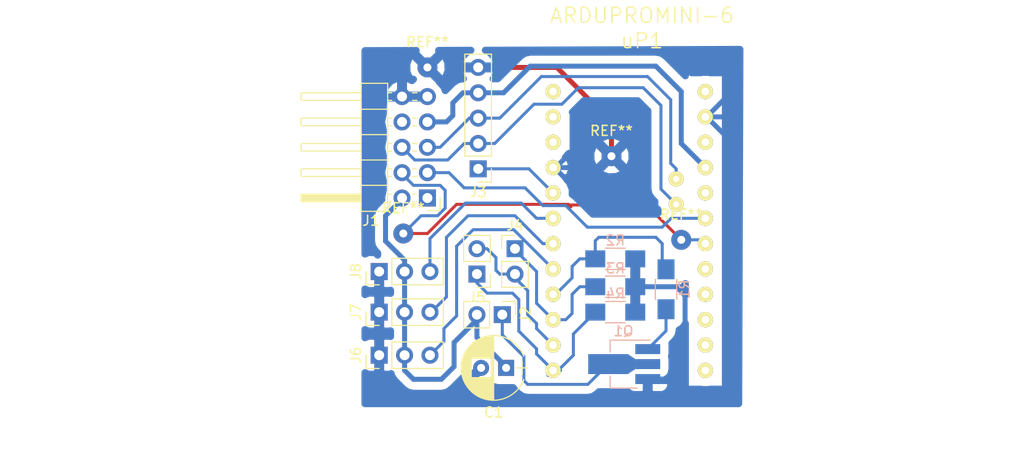
<source format=kicad_pcb>
(kicad_pcb (version 4) (host pcbnew 4.0.7)

  (general
    (links 47)
    (no_connects 3)
    (area -11.61396 22.733 90.787285 67.898)
    (thickness 1.6)
    (drawings 28)
    (tracks 206)
    (zones 0)
    (modules 19)
    (nets 29)
  )

  (page A4)
  (layers
    (0 F.Cu signal)
    (31 B.Cu signal)
    (32 B.Adhes user)
    (33 F.Adhes user)
    (34 B.Paste user)
    (35 F.Paste user)
    (36 B.SilkS user)
    (37 F.SilkS user hide)
    (38 B.Mask user)
    (39 F.Mask user)
    (40 Dwgs.User user)
    (41 Cmts.User user)
    (42 Eco1.User user)
    (43 Eco2.User user)
    (44 Edge.Cuts user)
    (45 Margin user)
    (46 B.CrtYd user)
    (47 F.CrtYd user)
    (48 B.Fab user)
    (49 F.Fab user)
  )

  (setup
    (last_trace_width 0.3)
    (trace_clearance 0.2)
    (zone_clearance 0.8)
    (zone_45_only yes)
    (trace_min 0.2)
    (segment_width 0.2)
    (edge_width 0.15)
    (via_size 0.6)
    (via_drill 0.4)
    (via_min_size 0.4)
    (via_min_drill 0.3)
    (uvia_size 0.3)
    (uvia_drill 0.1)
    (uvias_allowed no)
    (uvia_min_size 0.2)
    (uvia_min_drill 0.1)
    (pcb_text_width 0.3)
    (pcb_text_size 1.5 1.5)
    (mod_edge_width 0.15)
    (mod_text_size 1 1)
    (mod_text_width 0.15)
    (pad_size 1.99898 1.99898)
    (pad_drill 0.8001)
    (pad_to_mask_clearance 0.2)
    (aux_axis_origin 0 0)
    (visible_elements 7FFFFFDF)
    (pcbplotparams
      (layerselection 0x00000_80000000)
      (usegerberextensions false)
      (excludeedgelayer true)
      (linewidth 0.100000)
      (plotframeref false)
      (viasonmask false)
      (mode 1)
      (useauxorigin false)
      (hpglpennumber 1)
      (hpglpenspeed 20)
      (hpglpendiameter 15)
      (hpglpenoverlay 2)
      (psnegative false)
      (psa4output false)
      (plotreference false)
      (plotvalue false)
      (plotinvisibletext false)
      (padsonsilk false)
      (subtractmaskfromsilk false)
      (outputformat 4)
      (mirror false)
      (drillshape 1)
      (scaleselection 1)
      (outputdirectory Plots/))
  )

  (net 0 "")
  (net 1 "Net-(J1-Pad5)")
  (net 2 "Net-(J2-Pad1)")
  (net 3 "Net-(J4-Pad1)")
  (net 4 "Net-(J4-Pad2)")
  (net 5 "Net-(J6-Pad3)")
  (net 6 "Net-(J7-Pad3)")
  (net 7 "Net-(J8-Pad3)")
  (net 8 "Net-(Q1-Pad1)")
  (net 9 "Net-(R1-Pad2)")
  (net 10 "Net-(uP1-Pad7)")
  (net 11 "Net-(uP1-Pad8)")
  (net 12 "Net-(uP1-Pad9)")
  (net 13 "Net-(uP1-Pad21)")
  (net 14 "Net-(uP1-Pad27)")
  (net 15 "Net-(uP1-Pad28)")
  (net 16 "Net-(uP1-Pad30)")
  (net 17 +5V)
  (net 18 GND)
  (net 19 +5VA)
  (net 20 "Net-(uP1-Pad23)")
  (net 21 "Net-(uP1-Pad19)")
  (net 22 "Net-(J1-Pad6)")
  (net 23 "Net-(J3-Pad1)")
  (net 24 "Net-(J1-Pad3)")
  (net 25 "Net-(J1-Pad4)")
  (net 26 "Net-(uP1-Pad26)")
  (net 27 "Net-(J5-Pad1)")
  (net 28 "Net-(uP1-Pad29)")

  (net_class Default "Dies ist die voreingestellte Netzklasse."
    (clearance 0.2)
    (trace_width 0.3)
    (via_dia 0.6)
    (via_drill 0.4)
    (uvia_dia 0.3)
    (uvia_drill 0.1)
    (add_net "Net-(J1-Pad3)")
    (add_net "Net-(J1-Pad4)")
    (add_net "Net-(J1-Pad5)")
    (add_net "Net-(J1-Pad6)")
    (add_net "Net-(J2-Pad1)")
    (add_net "Net-(J3-Pad1)")
    (add_net "Net-(J4-Pad1)")
    (add_net "Net-(J4-Pad2)")
    (add_net "Net-(J5-Pad1)")
    (add_net "Net-(J6-Pad3)")
    (add_net "Net-(J7-Pad3)")
    (add_net "Net-(J8-Pad3)")
    (add_net "Net-(Q1-Pad1)")
    (add_net "Net-(R1-Pad2)")
    (add_net "Net-(uP1-Pad19)")
    (add_net "Net-(uP1-Pad21)")
    (add_net "Net-(uP1-Pad23)")
    (add_net "Net-(uP1-Pad26)")
    (add_net "Net-(uP1-Pad27)")
    (add_net "Net-(uP1-Pad28)")
    (add_net "Net-(uP1-Pad29)")
    (add_net "Net-(uP1-Pad30)")
    (add_net "Net-(uP1-Pad7)")
    (add_net "Net-(uP1-Pad8)")
    (add_net "Net-(uP1-Pad9)")
  )

  (net_class DC ""
    (clearance 0.2)
    (trace_width 0.5)
    (via_dia 0.6)
    (via_drill 0.4)
    (uvia_dia 0.3)
    (uvia_drill 0.1)
    (add_net +5V)
    (add_net +5VA)
    (add_net GND)
  )

  (module Capacitors_ThroughHole:CP_Radial_D6.3mm_P2.50mm (layer F.Cu) (tedit 597BC7C2) (tstamp 5AA15E99)
    (at 39.243 59.436 180)
    (descr "CP, Radial series, Radial, pin pitch=2.50mm, , diameter=6.3mm, Electrolytic Capacitor")
    (tags "CP Radial series Radial pin pitch 2.50mm  diameter 6.3mm Electrolytic Capacitor")
    (path /5AA16463)
    (fp_text reference C1 (at 1.25 -4.46 180) (layer F.SilkS)
      (effects (font (size 1 1) (thickness 0.15)))
    )
    (fp_text value CP (at 1.25 4.46 180) (layer F.Fab)
      (effects (font (size 1 1) (thickness 0.15)))
    )
    (fp_arc (start 1.25 0) (end -1.767482 -1.18) (angle 137.3) (layer F.SilkS) (width 0.12))
    (fp_arc (start 1.25 0) (end -1.767482 1.18) (angle -137.3) (layer F.SilkS) (width 0.12))
    (fp_arc (start 1.25 0) (end 4.267482 -1.18) (angle 42.7) (layer F.SilkS) (width 0.12))
    (fp_circle (center 1.25 0) (end 4.4 0) (layer F.Fab) (width 0.1))
    (fp_line (start -2.2 0) (end -1 0) (layer F.Fab) (width 0.1))
    (fp_line (start -1.6 -0.65) (end -1.6 0.65) (layer F.Fab) (width 0.1))
    (fp_line (start 1.25 -3.2) (end 1.25 3.2) (layer F.SilkS) (width 0.12))
    (fp_line (start 1.29 -3.2) (end 1.29 3.2) (layer F.SilkS) (width 0.12))
    (fp_line (start 1.33 -3.2) (end 1.33 3.2) (layer F.SilkS) (width 0.12))
    (fp_line (start 1.37 -3.198) (end 1.37 3.198) (layer F.SilkS) (width 0.12))
    (fp_line (start 1.41 -3.197) (end 1.41 3.197) (layer F.SilkS) (width 0.12))
    (fp_line (start 1.45 -3.194) (end 1.45 3.194) (layer F.SilkS) (width 0.12))
    (fp_line (start 1.49 -3.192) (end 1.49 3.192) (layer F.SilkS) (width 0.12))
    (fp_line (start 1.53 -3.188) (end 1.53 -0.98) (layer F.SilkS) (width 0.12))
    (fp_line (start 1.53 0.98) (end 1.53 3.188) (layer F.SilkS) (width 0.12))
    (fp_line (start 1.57 -3.185) (end 1.57 -0.98) (layer F.SilkS) (width 0.12))
    (fp_line (start 1.57 0.98) (end 1.57 3.185) (layer F.SilkS) (width 0.12))
    (fp_line (start 1.61 -3.18) (end 1.61 -0.98) (layer F.SilkS) (width 0.12))
    (fp_line (start 1.61 0.98) (end 1.61 3.18) (layer F.SilkS) (width 0.12))
    (fp_line (start 1.65 -3.176) (end 1.65 -0.98) (layer F.SilkS) (width 0.12))
    (fp_line (start 1.65 0.98) (end 1.65 3.176) (layer F.SilkS) (width 0.12))
    (fp_line (start 1.69 -3.17) (end 1.69 -0.98) (layer F.SilkS) (width 0.12))
    (fp_line (start 1.69 0.98) (end 1.69 3.17) (layer F.SilkS) (width 0.12))
    (fp_line (start 1.73 -3.165) (end 1.73 -0.98) (layer F.SilkS) (width 0.12))
    (fp_line (start 1.73 0.98) (end 1.73 3.165) (layer F.SilkS) (width 0.12))
    (fp_line (start 1.77 -3.158) (end 1.77 -0.98) (layer F.SilkS) (width 0.12))
    (fp_line (start 1.77 0.98) (end 1.77 3.158) (layer F.SilkS) (width 0.12))
    (fp_line (start 1.81 -3.152) (end 1.81 -0.98) (layer F.SilkS) (width 0.12))
    (fp_line (start 1.81 0.98) (end 1.81 3.152) (layer F.SilkS) (width 0.12))
    (fp_line (start 1.85 -3.144) (end 1.85 -0.98) (layer F.SilkS) (width 0.12))
    (fp_line (start 1.85 0.98) (end 1.85 3.144) (layer F.SilkS) (width 0.12))
    (fp_line (start 1.89 -3.137) (end 1.89 -0.98) (layer F.SilkS) (width 0.12))
    (fp_line (start 1.89 0.98) (end 1.89 3.137) (layer F.SilkS) (width 0.12))
    (fp_line (start 1.93 -3.128) (end 1.93 -0.98) (layer F.SilkS) (width 0.12))
    (fp_line (start 1.93 0.98) (end 1.93 3.128) (layer F.SilkS) (width 0.12))
    (fp_line (start 1.971 -3.119) (end 1.971 -0.98) (layer F.SilkS) (width 0.12))
    (fp_line (start 1.971 0.98) (end 1.971 3.119) (layer F.SilkS) (width 0.12))
    (fp_line (start 2.011 -3.11) (end 2.011 -0.98) (layer F.SilkS) (width 0.12))
    (fp_line (start 2.011 0.98) (end 2.011 3.11) (layer F.SilkS) (width 0.12))
    (fp_line (start 2.051 -3.1) (end 2.051 -0.98) (layer F.SilkS) (width 0.12))
    (fp_line (start 2.051 0.98) (end 2.051 3.1) (layer F.SilkS) (width 0.12))
    (fp_line (start 2.091 -3.09) (end 2.091 -0.98) (layer F.SilkS) (width 0.12))
    (fp_line (start 2.091 0.98) (end 2.091 3.09) (layer F.SilkS) (width 0.12))
    (fp_line (start 2.131 -3.079) (end 2.131 -0.98) (layer F.SilkS) (width 0.12))
    (fp_line (start 2.131 0.98) (end 2.131 3.079) (layer F.SilkS) (width 0.12))
    (fp_line (start 2.171 -3.067) (end 2.171 -0.98) (layer F.SilkS) (width 0.12))
    (fp_line (start 2.171 0.98) (end 2.171 3.067) (layer F.SilkS) (width 0.12))
    (fp_line (start 2.211 -3.055) (end 2.211 -0.98) (layer F.SilkS) (width 0.12))
    (fp_line (start 2.211 0.98) (end 2.211 3.055) (layer F.SilkS) (width 0.12))
    (fp_line (start 2.251 -3.042) (end 2.251 -0.98) (layer F.SilkS) (width 0.12))
    (fp_line (start 2.251 0.98) (end 2.251 3.042) (layer F.SilkS) (width 0.12))
    (fp_line (start 2.291 -3.029) (end 2.291 -0.98) (layer F.SilkS) (width 0.12))
    (fp_line (start 2.291 0.98) (end 2.291 3.029) (layer F.SilkS) (width 0.12))
    (fp_line (start 2.331 -3.015) (end 2.331 -0.98) (layer F.SilkS) (width 0.12))
    (fp_line (start 2.331 0.98) (end 2.331 3.015) (layer F.SilkS) (width 0.12))
    (fp_line (start 2.371 -3.001) (end 2.371 -0.98) (layer F.SilkS) (width 0.12))
    (fp_line (start 2.371 0.98) (end 2.371 3.001) (layer F.SilkS) (width 0.12))
    (fp_line (start 2.411 -2.986) (end 2.411 -0.98) (layer F.SilkS) (width 0.12))
    (fp_line (start 2.411 0.98) (end 2.411 2.986) (layer F.SilkS) (width 0.12))
    (fp_line (start 2.451 -2.97) (end 2.451 -0.98) (layer F.SilkS) (width 0.12))
    (fp_line (start 2.451 0.98) (end 2.451 2.97) (layer F.SilkS) (width 0.12))
    (fp_line (start 2.491 -2.954) (end 2.491 -0.98) (layer F.SilkS) (width 0.12))
    (fp_line (start 2.491 0.98) (end 2.491 2.954) (layer F.SilkS) (width 0.12))
    (fp_line (start 2.531 -2.937) (end 2.531 -0.98) (layer F.SilkS) (width 0.12))
    (fp_line (start 2.531 0.98) (end 2.531 2.937) (layer F.SilkS) (width 0.12))
    (fp_line (start 2.571 -2.919) (end 2.571 -0.98) (layer F.SilkS) (width 0.12))
    (fp_line (start 2.571 0.98) (end 2.571 2.919) (layer F.SilkS) (width 0.12))
    (fp_line (start 2.611 -2.901) (end 2.611 -0.98) (layer F.SilkS) (width 0.12))
    (fp_line (start 2.611 0.98) (end 2.611 2.901) (layer F.SilkS) (width 0.12))
    (fp_line (start 2.651 -2.882) (end 2.651 -0.98) (layer F.SilkS) (width 0.12))
    (fp_line (start 2.651 0.98) (end 2.651 2.882) (layer F.SilkS) (width 0.12))
    (fp_line (start 2.691 -2.863) (end 2.691 -0.98) (layer F.SilkS) (width 0.12))
    (fp_line (start 2.691 0.98) (end 2.691 2.863) (layer F.SilkS) (width 0.12))
    (fp_line (start 2.731 -2.843) (end 2.731 -0.98) (layer F.SilkS) (width 0.12))
    (fp_line (start 2.731 0.98) (end 2.731 2.843) (layer F.SilkS) (width 0.12))
    (fp_line (start 2.771 -2.822) (end 2.771 -0.98) (layer F.SilkS) (width 0.12))
    (fp_line (start 2.771 0.98) (end 2.771 2.822) (layer F.SilkS) (width 0.12))
    (fp_line (start 2.811 -2.8) (end 2.811 -0.98) (layer F.SilkS) (width 0.12))
    (fp_line (start 2.811 0.98) (end 2.811 2.8) (layer F.SilkS) (width 0.12))
    (fp_line (start 2.851 -2.778) (end 2.851 -0.98) (layer F.SilkS) (width 0.12))
    (fp_line (start 2.851 0.98) (end 2.851 2.778) (layer F.SilkS) (width 0.12))
    (fp_line (start 2.891 -2.755) (end 2.891 -0.98) (layer F.SilkS) (width 0.12))
    (fp_line (start 2.891 0.98) (end 2.891 2.755) (layer F.SilkS) (width 0.12))
    (fp_line (start 2.931 -2.731) (end 2.931 -0.98) (layer F.SilkS) (width 0.12))
    (fp_line (start 2.931 0.98) (end 2.931 2.731) (layer F.SilkS) (width 0.12))
    (fp_line (start 2.971 -2.706) (end 2.971 -0.98) (layer F.SilkS) (width 0.12))
    (fp_line (start 2.971 0.98) (end 2.971 2.706) (layer F.SilkS) (width 0.12))
    (fp_line (start 3.011 -2.681) (end 3.011 -0.98) (layer F.SilkS) (width 0.12))
    (fp_line (start 3.011 0.98) (end 3.011 2.681) (layer F.SilkS) (width 0.12))
    (fp_line (start 3.051 -2.654) (end 3.051 -0.98) (layer F.SilkS) (width 0.12))
    (fp_line (start 3.051 0.98) (end 3.051 2.654) (layer F.SilkS) (width 0.12))
    (fp_line (start 3.091 -2.627) (end 3.091 -0.98) (layer F.SilkS) (width 0.12))
    (fp_line (start 3.091 0.98) (end 3.091 2.627) (layer F.SilkS) (width 0.12))
    (fp_line (start 3.131 -2.599) (end 3.131 -0.98) (layer F.SilkS) (width 0.12))
    (fp_line (start 3.131 0.98) (end 3.131 2.599) (layer F.SilkS) (width 0.12))
    (fp_line (start 3.171 -2.57) (end 3.171 -0.98) (layer F.SilkS) (width 0.12))
    (fp_line (start 3.171 0.98) (end 3.171 2.57) (layer F.SilkS) (width 0.12))
    (fp_line (start 3.211 -2.54) (end 3.211 -0.98) (layer F.SilkS) (width 0.12))
    (fp_line (start 3.211 0.98) (end 3.211 2.54) (layer F.SilkS) (width 0.12))
    (fp_line (start 3.251 -2.51) (end 3.251 -0.98) (layer F.SilkS) (width 0.12))
    (fp_line (start 3.251 0.98) (end 3.251 2.51) (layer F.SilkS) (width 0.12))
    (fp_line (start 3.291 -2.478) (end 3.291 -0.98) (layer F.SilkS) (width 0.12))
    (fp_line (start 3.291 0.98) (end 3.291 2.478) (layer F.SilkS) (width 0.12))
    (fp_line (start 3.331 -2.445) (end 3.331 -0.98) (layer F.SilkS) (width 0.12))
    (fp_line (start 3.331 0.98) (end 3.331 2.445) (layer F.SilkS) (width 0.12))
    (fp_line (start 3.371 -2.411) (end 3.371 -0.98) (layer F.SilkS) (width 0.12))
    (fp_line (start 3.371 0.98) (end 3.371 2.411) (layer F.SilkS) (width 0.12))
    (fp_line (start 3.411 -2.375) (end 3.411 -0.98) (layer F.SilkS) (width 0.12))
    (fp_line (start 3.411 0.98) (end 3.411 2.375) (layer F.SilkS) (width 0.12))
    (fp_line (start 3.451 -2.339) (end 3.451 -0.98) (layer F.SilkS) (width 0.12))
    (fp_line (start 3.451 0.98) (end 3.451 2.339) (layer F.SilkS) (width 0.12))
    (fp_line (start 3.491 -2.301) (end 3.491 2.301) (layer F.SilkS) (width 0.12))
    (fp_line (start 3.531 -2.262) (end 3.531 2.262) (layer F.SilkS) (width 0.12))
    (fp_line (start 3.571 -2.222) (end 3.571 2.222) (layer F.SilkS) (width 0.12))
    (fp_line (start 3.611 -2.18) (end 3.611 2.18) (layer F.SilkS) (width 0.12))
    (fp_line (start 3.651 -2.137) (end 3.651 2.137) (layer F.SilkS) (width 0.12))
    (fp_line (start 3.691 -2.092) (end 3.691 2.092) (layer F.SilkS) (width 0.12))
    (fp_line (start 3.731 -2.045) (end 3.731 2.045) (layer F.SilkS) (width 0.12))
    (fp_line (start 3.771 -1.997) (end 3.771 1.997) (layer F.SilkS) (width 0.12))
    (fp_line (start 3.811 -1.946) (end 3.811 1.946) (layer F.SilkS) (width 0.12))
    (fp_line (start 3.851 -1.894) (end 3.851 1.894) (layer F.SilkS) (width 0.12))
    (fp_line (start 3.891 -1.839) (end 3.891 1.839) (layer F.SilkS) (width 0.12))
    (fp_line (start 3.931 -1.781) (end 3.931 1.781) (layer F.SilkS) (width 0.12))
    (fp_line (start 3.971 -1.721) (end 3.971 1.721) (layer F.SilkS) (width 0.12))
    (fp_line (start 4.011 -1.658) (end 4.011 1.658) (layer F.SilkS) (width 0.12))
    (fp_line (start 4.051 -1.591) (end 4.051 1.591) (layer F.SilkS) (width 0.12))
    (fp_line (start 4.091 -1.52) (end 4.091 1.52) (layer F.SilkS) (width 0.12))
    (fp_line (start 4.131 -1.445) (end 4.131 1.445) (layer F.SilkS) (width 0.12))
    (fp_line (start 4.171 -1.364) (end 4.171 1.364) (layer F.SilkS) (width 0.12))
    (fp_line (start 4.211 -1.278) (end 4.211 1.278) (layer F.SilkS) (width 0.12))
    (fp_line (start 4.251 -1.184) (end 4.251 1.184) (layer F.SilkS) (width 0.12))
    (fp_line (start 4.291 -1.081) (end 4.291 1.081) (layer F.SilkS) (width 0.12))
    (fp_line (start 4.331 -0.966) (end 4.331 0.966) (layer F.SilkS) (width 0.12))
    (fp_line (start 4.371 -0.834) (end 4.371 0.834) (layer F.SilkS) (width 0.12))
    (fp_line (start 4.411 -0.676) (end 4.411 0.676) (layer F.SilkS) (width 0.12))
    (fp_line (start 4.451 -0.468) (end 4.451 0.468) (layer F.SilkS) (width 0.12))
    (fp_line (start -2.2 0) (end -1 0) (layer F.SilkS) (width 0.12))
    (fp_line (start -1.6 -0.65) (end -1.6 0.65) (layer F.SilkS) (width 0.12))
    (fp_line (start -2.25 -3.5) (end -2.25 3.5) (layer F.CrtYd) (width 0.05))
    (fp_line (start -2.25 3.5) (end 4.75 3.5) (layer F.CrtYd) (width 0.05))
    (fp_line (start 4.75 3.5) (end 4.75 -3.5) (layer F.CrtYd) (width 0.05))
    (fp_line (start 4.75 -3.5) (end -2.25 -3.5) (layer F.CrtYd) (width 0.05))
    (fp_text user %R (at 1.25 0 180) (layer F.Fab)
      (effects (font (size 1 1) (thickness 0.15)))
    )
    (pad 1 thru_hole rect (at 0 0 180) (size 1.6 1.6) (drill 0.8) (layers *.Cu *.Mask)
      (net 17 +5V))
    (pad 2 thru_hole circle (at 2.5 0 180) (size 1.6 1.6) (drill 0.8) (layers *.Cu *.Mask)
      (net 18 GND))
    (model ${KISYS3DMOD}/Capacitors_THT.3dshapes/CP_Radial_D6.3mm_P2.50mm.wrl
      (at (xyz 0 0 0))
      (scale (xyz 1 1 1))
      (rotate (xyz 0 0 0))
    )
  )

  (module Pin_Headers:Pin_Header_Straight_1x02_Pitch2.54mm (layer F.Cu) (tedit 59650532) (tstamp 5AA15EAD)
    (at 38.862 54.102 270)
    (descr "Through hole straight pin header, 1x02, 2.54mm pitch, single row")
    (tags "Through hole pin header THT 1x02 2.54mm single row")
    (path /5AA16808)
    (fp_text reference J2 (at 0 -2.33 270) (layer F.SilkS)
      (effects (font (size 1 1) (thickness 0.15)))
    )
    (fp_text value CONN_01X02 (at 0 4.87 270) (layer F.Fab)
      (effects (font (size 1 1) (thickness 0.15)))
    )
    (fp_line (start -0.635 -1.27) (end 1.27 -1.27) (layer F.Fab) (width 0.1))
    (fp_line (start 1.27 -1.27) (end 1.27 3.81) (layer F.Fab) (width 0.1))
    (fp_line (start 1.27 3.81) (end -1.27 3.81) (layer F.Fab) (width 0.1))
    (fp_line (start -1.27 3.81) (end -1.27 -0.635) (layer F.Fab) (width 0.1))
    (fp_line (start -1.27 -0.635) (end -0.635 -1.27) (layer F.Fab) (width 0.1))
    (fp_line (start -1.33 3.87) (end 1.33 3.87) (layer F.SilkS) (width 0.12))
    (fp_line (start -1.33 1.27) (end -1.33 3.87) (layer F.SilkS) (width 0.12))
    (fp_line (start 1.33 1.27) (end 1.33 3.87) (layer F.SilkS) (width 0.12))
    (fp_line (start -1.33 1.27) (end 1.33 1.27) (layer F.SilkS) (width 0.12))
    (fp_line (start -1.33 0) (end -1.33 -1.33) (layer F.SilkS) (width 0.12))
    (fp_line (start -1.33 -1.33) (end 0 -1.33) (layer F.SilkS) (width 0.12))
    (fp_line (start -1.8 -1.8) (end -1.8 4.35) (layer F.CrtYd) (width 0.05))
    (fp_line (start -1.8 4.35) (end 1.8 4.35) (layer F.CrtYd) (width 0.05))
    (fp_line (start 1.8 4.35) (end 1.8 -1.8) (layer F.CrtYd) (width 0.05))
    (fp_line (start 1.8 -1.8) (end -1.8 -1.8) (layer F.CrtYd) (width 0.05))
    (fp_text user %R (at 0 1.27 360) (layer F.Fab)
      (effects (font (size 1 1) (thickness 0.15)))
    )
    (pad 1 thru_hole rect (at 0 0 270) (size 1.7 1.7) (drill 1) (layers *.Cu *.Mask)
      (net 2 "Net-(J2-Pad1)"))
    (pad 2 thru_hole oval (at 0 2.54 270) (size 1.7 1.7) (drill 1) (layers *.Cu *.Mask)
      (net 17 +5V))
    (model ${KISYS3DMOD}/Pin_Headers.3dshapes/Pin_Header_Straight_1x02_Pitch2.54mm.wrl
      (at (xyz 0 0 0))
      (scale (xyz 1 1 1))
      (rotate (xyz 0 0 0))
    )
  )

  (module ArduProMiniTKB:ArduProMini-6 (layer F.Cu) (tedit 5AD7424B) (tstamp 5AA15F0F)
    (at 41.402 25.4)
    (path /5AA154CE)
    (fp_text reference uP1 (at 11.43 1.27) (layer F.SilkS)
      (effects (font (size 1.5 1.5) (thickness 0.15)))
    )
    (fp_text value ARDUPROMINI-6 (at 11.43 -1.27) (layer F.SilkS)
      (effects (font (size 1.5 1.5) (thickness 0.15)))
    )
    (pad 7 thru_hole circle (at 2.54 6.35) (size 1.524 1.524) (drill 0.762) (layers *.Cu *.Mask F.SilkS)
      (net 10 "Net-(uP1-Pad7)"))
    (pad 8 thru_hole circle (at 2.54 8.89) (size 1.524 1.524) (drill 0.762) (layers *.Cu *.Mask F.SilkS)
      (net 11 "Net-(uP1-Pad8)"))
    (pad 9 thru_hole circle (at 2.54 11.43) (size 1.524 1.524) (drill 0.762) (layers *.Cu *.Mask F.SilkS)
      (net 12 "Net-(uP1-Pad9)"))
    (pad 10 thru_hole circle (at 2.54 13.97) (size 1.524 1.524) (drill 0.762) (layers *.Cu *.Mask F.SilkS)
      (net 18 GND))
    (pad 11 thru_hole circle (at 2.54 16.51) (size 1.524 1.524) (drill 0.762) (layers *.Cu *.Mask F.SilkS)
      (net 23 "Net-(J3-Pad1)"))
    (pad 12 thru_hole circle (at 2.54 19.05) (size 1.524 1.524) (drill 0.762) (layers *.Cu *.Mask F.SilkS)
      (net 7 "Net-(J8-Pad3)"))
    (pad 13 thru_hole circle (at 2.54 21.59) (size 1.524 1.524) (drill 0.762) (layers *.Cu *.Mask F.SilkS)
      (net 6 "Net-(J7-Pad3)"))
    (pad 14 thru_hole circle (at 2.54 24.13) (size 1.524 1.524) (drill 0.762) (layers *.Cu *.Mask F.SilkS)
      (net 5 "Net-(J6-Pad3)"))
    (pad 15 thru_hole circle (at 2.54 26.67) (size 1.524 1.524) (drill 0.762) (layers *.Cu *.Mask F.SilkS)
      (net 9 "Net-(R1-Pad2)"))
    (pad 16 thru_hole circle (at 2.54 29.21) (size 1.524 1.524) (drill 0.762) (layers *.Cu *.Mask F.SilkS)
      (net 3 "Net-(J4-Pad1)"))
    (pad 17 thru_hole circle (at 2.54 31.75) (size 1.524 1.524) (drill 0.762) (layers *.Cu *.Mask F.SilkS)
      (net 4 "Net-(J4-Pad2)"))
    (pad 18 thru_hole circle (at 2.54 34.29) (size 1.524 1.524) (drill 0.762) (layers *.Cu *.Mask F.SilkS)
      (net 27 "Net-(J5-Pad1)"))
    (pad 19 thru_hole circle (at 17.78 6.35) (size 1.524 1.524) (drill 0.762) (layers *.Cu *.Mask F.SilkS)
      (net 21 "Net-(uP1-Pad19)"))
    (pad 20 thru_hole circle (at 17.78 8.89) (size 1.524 1.524) (drill 0.762) (layers *.Cu *.Mask F.SilkS)
      (net 18 GND))
    (pad 21 thru_hole circle (at 17.78 11.43) (size 1.524 1.524) (drill 0.762) (layers *.Cu *.Mask F.SilkS)
      (net 13 "Net-(uP1-Pad21)"))
    (pad 22 thru_hole circle (at 17.78 13.97) (size 1.524 1.524) (drill 0.762) (layers *.Cu *.Mask F.SilkS)
      (net 19 +5VA))
    (pad 23 thru_hole circle (at 17.78 16.51) (size 1.524 1.524) (drill 0.762) (layers *.Cu *.Mask F.SilkS)
      (net 20 "Net-(uP1-Pad23)"))
    (pad 24 thru_hole circle (at 17.78 19.05) (size 1.524 1.524) (drill 0.762) (layers *.Cu *.Mask F.SilkS)
      (net 24 "Net-(J1-Pad3)"))
    (pad 25 thru_hole circle (at 17.78 21.59) (size 1.524 1.524) (drill 0.762) (layers *.Cu *.Mask F.SilkS)
      (net 25 "Net-(J1-Pad4)"))
    (pad 26 thru_hole circle (at 17.78 24.13) (size 1.524 1.524) (drill 0.762) (layers *.Cu *.Mask F.SilkS)
      (net 26 "Net-(uP1-Pad26)"))
    (pad 27 thru_hole circle (at 17.78 26.67) (size 1.524 1.524) (drill 0.762) (layers *.Cu *.Mask F.SilkS)
      (net 14 "Net-(uP1-Pad27)"))
    (pad 28 thru_hole circle (at 17.78 29.21) (size 1.524 1.524) (drill 0.762) (layers *.Cu *.Mask F.SilkS)
      (net 15 "Net-(uP1-Pad28)"))
    (pad 29 thru_hole circle (at 17.78 31.75) (size 1.524 1.524) (drill 0.762) (layers *.Cu *.Mask F.SilkS)
      (net 28 "Net-(uP1-Pad29)"))
    (pad 30 thru_hole circle (at 17.78 34.29) (size 1.524 1.524) (drill 0.762) (layers *.Cu *.Mask F.SilkS)
      (net 16 "Net-(uP1-Pad30)"))
    (pad 31 thru_hole circle (at 14.859 15.113) (size 1.5 1.5) (drill 0.6) (layers *.Cu *.Mask F.SilkS)
      (net 1 "Net-(J1-Pad5)"))
    (pad 32 thru_hole circle (at 14.859 17.653) (size 1.5 1.5) (drill 0.6) (layers *.Cu *.Mask F.SilkS)
      (net 22 "Net-(J1-Pad6)"))
  )

  (module Pin_Headers:Pin_Header_Straight_1x03_Pitch2.54mm (layer F.Cu) (tedit 59650532) (tstamp 5AA15ED4)
    (at 26.543 49.784 90)
    (descr "Through hole straight pin header, 1x03, 2.54mm pitch, single row")
    (tags "Through hole pin header THT 1x03 2.54mm single row")
    (path /5AA15710)
    (fp_text reference J8 (at 0 -2.33 90) (layer F.SilkS)
      (effects (font (size 1 1) (thickness 0.15)))
    )
    (fp_text value CONN_01X03 (at 0 7.41 90) (layer F.Fab)
      (effects (font (size 1 1) (thickness 0.15)))
    )
    (fp_line (start -0.635 -1.27) (end 1.27 -1.27) (layer F.Fab) (width 0.1))
    (fp_line (start 1.27 -1.27) (end 1.27 6.35) (layer F.Fab) (width 0.1))
    (fp_line (start 1.27 6.35) (end -1.27 6.35) (layer F.Fab) (width 0.1))
    (fp_line (start -1.27 6.35) (end -1.27 -0.635) (layer F.Fab) (width 0.1))
    (fp_line (start -1.27 -0.635) (end -0.635 -1.27) (layer F.Fab) (width 0.1))
    (fp_line (start -1.33 6.41) (end 1.33 6.41) (layer F.SilkS) (width 0.12))
    (fp_line (start -1.33 1.27) (end -1.33 6.41) (layer F.SilkS) (width 0.12))
    (fp_line (start 1.33 1.27) (end 1.33 6.41) (layer F.SilkS) (width 0.12))
    (fp_line (start -1.33 1.27) (end 1.33 1.27) (layer F.SilkS) (width 0.12))
    (fp_line (start -1.33 0) (end -1.33 -1.33) (layer F.SilkS) (width 0.12))
    (fp_line (start -1.33 -1.33) (end 0 -1.33) (layer F.SilkS) (width 0.12))
    (fp_line (start -1.8 -1.8) (end -1.8 6.85) (layer F.CrtYd) (width 0.05))
    (fp_line (start -1.8 6.85) (end 1.8 6.85) (layer F.CrtYd) (width 0.05))
    (fp_line (start 1.8 6.85) (end 1.8 -1.8) (layer F.CrtYd) (width 0.05))
    (fp_line (start 1.8 -1.8) (end -1.8 -1.8) (layer F.CrtYd) (width 0.05))
    (fp_text user %R (at 0 2.54 180) (layer F.Fab)
      (effects (font (size 1 1) (thickness 0.15)))
    )
    (pad 1 thru_hole rect (at 0 0 90) (size 1.7 1.7) (drill 1) (layers *.Cu *.Mask)
      (net 18 GND))
    (pad 2 thru_hole oval (at 0 2.54 90) (size 1.7 1.7) (drill 1) (layers *.Cu *.Mask)
      (net 17 +5V))
    (pad 3 thru_hole oval (at 0 5.08 90) (size 1.7 1.7) (drill 1) (layers *.Cu *.Mask)
      (net 7 "Net-(J8-Pad3)"))
    (model ${KISYS3DMOD}/Pin_Headers.3dshapes/Pin_Header_Straight_1x03_Pitch2.54mm.wrl
      (at (xyz 0 0 0))
      (scale (xyz 1 1 1))
      (rotate (xyz 0 0 0))
    )
  )

  (module Pin_Headers:Pin_Header_Straight_1x03_Pitch2.54mm (layer F.Cu) (tedit 59650532) (tstamp 5AA15ECD)
    (at 26.543 53.848 90)
    (descr "Through hole straight pin header, 1x03, 2.54mm pitch, single row")
    (tags "Through hole pin header THT 1x03 2.54mm single row")
    (path /5AA156B9)
    (fp_text reference J7 (at 0 -2.33 90) (layer F.SilkS)
      (effects (font (size 1 1) (thickness 0.15)))
    )
    (fp_text value CONN_01X03 (at 0 7.41 90) (layer F.Fab)
      (effects (font (size 1 1) (thickness 0.15)))
    )
    (fp_line (start -0.635 -1.27) (end 1.27 -1.27) (layer F.Fab) (width 0.1))
    (fp_line (start 1.27 -1.27) (end 1.27 6.35) (layer F.Fab) (width 0.1))
    (fp_line (start 1.27 6.35) (end -1.27 6.35) (layer F.Fab) (width 0.1))
    (fp_line (start -1.27 6.35) (end -1.27 -0.635) (layer F.Fab) (width 0.1))
    (fp_line (start -1.27 -0.635) (end -0.635 -1.27) (layer F.Fab) (width 0.1))
    (fp_line (start -1.33 6.41) (end 1.33 6.41) (layer F.SilkS) (width 0.12))
    (fp_line (start -1.33 1.27) (end -1.33 6.41) (layer F.SilkS) (width 0.12))
    (fp_line (start 1.33 1.27) (end 1.33 6.41) (layer F.SilkS) (width 0.12))
    (fp_line (start -1.33 1.27) (end 1.33 1.27) (layer F.SilkS) (width 0.12))
    (fp_line (start -1.33 0) (end -1.33 -1.33) (layer F.SilkS) (width 0.12))
    (fp_line (start -1.33 -1.33) (end 0 -1.33) (layer F.SilkS) (width 0.12))
    (fp_line (start -1.8 -1.8) (end -1.8 6.85) (layer F.CrtYd) (width 0.05))
    (fp_line (start -1.8 6.85) (end 1.8 6.85) (layer F.CrtYd) (width 0.05))
    (fp_line (start 1.8 6.85) (end 1.8 -1.8) (layer F.CrtYd) (width 0.05))
    (fp_line (start 1.8 -1.8) (end -1.8 -1.8) (layer F.CrtYd) (width 0.05))
    (fp_text user %R (at 0 2.54 180) (layer F.Fab)
      (effects (font (size 1 1) (thickness 0.15)))
    )
    (pad 1 thru_hole rect (at 0 0 90) (size 1.7 1.7) (drill 1) (layers *.Cu *.Mask)
      (net 18 GND))
    (pad 2 thru_hole oval (at 0 2.54 90) (size 1.7 1.7) (drill 1) (layers *.Cu *.Mask)
      (net 17 +5V))
    (pad 3 thru_hole oval (at 0 5.08 90) (size 1.7 1.7) (drill 1) (layers *.Cu *.Mask)
      (net 6 "Net-(J7-Pad3)"))
    (model ${KISYS3DMOD}/Pin_Headers.3dshapes/Pin_Header_Straight_1x03_Pitch2.54mm.wrl
      (at (xyz 0 0 0))
      (scale (xyz 1 1 1))
      (rotate (xyz 0 0 0))
    )
  )

  (module Pin_Headers:Pin_Header_Angled_2x05_Pitch2.54mm (layer F.Cu) (tedit 59650532) (tstamp 5AA15EA7)
    (at 31.369 42.418 180)
    (descr "Through hole angled pin header, 2x05, 2.54mm pitch, 6mm pin length, double rows")
    (tags "Through hole angled pin header THT 2x05 2.54mm double row")
    (path /5AA14B7C)
    (fp_text reference J1 (at 5.655 -2.27 180) (layer F.SilkS)
      (effects (font (size 1 1) (thickness 0.15)))
    )
    (fp_text value CONN_02X05 (at 5.655 12.43 180) (layer F.Fab)
      (effects (font (size 1 1) (thickness 0.15)))
    )
    (fp_line (start 4.675 -1.27) (end 6.58 -1.27) (layer F.Fab) (width 0.1))
    (fp_line (start 6.58 -1.27) (end 6.58 11.43) (layer F.Fab) (width 0.1))
    (fp_line (start 6.58 11.43) (end 4.04 11.43) (layer F.Fab) (width 0.1))
    (fp_line (start 4.04 11.43) (end 4.04 -0.635) (layer F.Fab) (width 0.1))
    (fp_line (start 4.04 -0.635) (end 4.675 -1.27) (layer F.Fab) (width 0.1))
    (fp_line (start -0.32 -0.32) (end 4.04 -0.32) (layer F.Fab) (width 0.1))
    (fp_line (start -0.32 -0.32) (end -0.32 0.32) (layer F.Fab) (width 0.1))
    (fp_line (start -0.32 0.32) (end 4.04 0.32) (layer F.Fab) (width 0.1))
    (fp_line (start 6.58 -0.32) (end 12.58 -0.32) (layer F.Fab) (width 0.1))
    (fp_line (start 12.58 -0.32) (end 12.58 0.32) (layer F.Fab) (width 0.1))
    (fp_line (start 6.58 0.32) (end 12.58 0.32) (layer F.Fab) (width 0.1))
    (fp_line (start -0.32 2.22) (end 4.04 2.22) (layer F.Fab) (width 0.1))
    (fp_line (start -0.32 2.22) (end -0.32 2.86) (layer F.Fab) (width 0.1))
    (fp_line (start -0.32 2.86) (end 4.04 2.86) (layer F.Fab) (width 0.1))
    (fp_line (start 6.58 2.22) (end 12.58 2.22) (layer F.Fab) (width 0.1))
    (fp_line (start 12.58 2.22) (end 12.58 2.86) (layer F.Fab) (width 0.1))
    (fp_line (start 6.58 2.86) (end 12.58 2.86) (layer F.Fab) (width 0.1))
    (fp_line (start -0.32 4.76) (end 4.04 4.76) (layer F.Fab) (width 0.1))
    (fp_line (start -0.32 4.76) (end -0.32 5.4) (layer F.Fab) (width 0.1))
    (fp_line (start -0.32 5.4) (end 4.04 5.4) (layer F.Fab) (width 0.1))
    (fp_line (start 6.58 4.76) (end 12.58 4.76) (layer F.Fab) (width 0.1))
    (fp_line (start 12.58 4.76) (end 12.58 5.4) (layer F.Fab) (width 0.1))
    (fp_line (start 6.58 5.4) (end 12.58 5.4) (layer F.Fab) (width 0.1))
    (fp_line (start -0.32 7.3) (end 4.04 7.3) (layer F.Fab) (width 0.1))
    (fp_line (start -0.32 7.3) (end -0.32 7.94) (layer F.Fab) (width 0.1))
    (fp_line (start -0.32 7.94) (end 4.04 7.94) (layer F.Fab) (width 0.1))
    (fp_line (start 6.58 7.3) (end 12.58 7.3) (layer F.Fab) (width 0.1))
    (fp_line (start 12.58 7.3) (end 12.58 7.94) (layer F.Fab) (width 0.1))
    (fp_line (start 6.58 7.94) (end 12.58 7.94) (layer F.Fab) (width 0.1))
    (fp_line (start -0.32 9.84) (end 4.04 9.84) (layer F.Fab) (width 0.1))
    (fp_line (start -0.32 9.84) (end -0.32 10.48) (layer F.Fab) (width 0.1))
    (fp_line (start -0.32 10.48) (end 4.04 10.48) (layer F.Fab) (width 0.1))
    (fp_line (start 6.58 9.84) (end 12.58 9.84) (layer F.Fab) (width 0.1))
    (fp_line (start 12.58 9.84) (end 12.58 10.48) (layer F.Fab) (width 0.1))
    (fp_line (start 6.58 10.48) (end 12.58 10.48) (layer F.Fab) (width 0.1))
    (fp_line (start 3.98 -1.33) (end 3.98 11.49) (layer F.SilkS) (width 0.12))
    (fp_line (start 3.98 11.49) (end 6.64 11.49) (layer F.SilkS) (width 0.12))
    (fp_line (start 6.64 11.49) (end 6.64 -1.33) (layer F.SilkS) (width 0.12))
    (fp_line (start 6.64 -1.33) (end 3.98 -1.33) (layer F.SilkS) (width 0.12))
    (fp_line (start 6.64 -0.38) (end 12.64 -0.38) (layer F.SilkS) (width 0.12))
    (fp_line (start 12.64 -0.38) (end 12.64 0.38) (layer F.SilkS) (width 0.12))
    (fp_line (start 12.64 0.38) (end 6.64 0.38) (layer F.SilkS) (width 0.12))
    (fp_line (start 6.64 -0.32) (end 12.64 -0.32) (layer F.SilkS) (width 0.12))
    (fp_line (start 6.64 -0.2) (end 12.64 -0.2) (layer F.SilkS) (width 0.12))
    (fp_line (start 6.64 -0.08) (end 12.64 -0.08) (layer F.SilkS) (width 0.12))
    (fp_line (start 6.64 0.04) (end 12.64 0.04) (layer F.SilkS) (width 0.12))
    (fp_line (start 6.64 0.16) (end 12.64 0.16) (layer F.SilkS) (width 0.12))
    (fp_line (start 6.64 0.28) (end 12.64 0.28) (layer F.SilkS) (width 0.12))
    (fp_line (start 3.582929 -0.38) (end 3.98 -0.38) (layer F.SilkS) (width 0.12))
    (fp_line (start 3.582929 0.38) (end 3.98 0.38) (layer F.SilkS) (width 0.12))
    (fp_line (start 1.11 -0.38) (end 1.497071 -0.38) (layer F.SilkS) (width 0.12))
    (fp_line (start 1.11 0.38) (end 1.497071 0.38) (layer F.SilkS) (width 0.12))
    (fp_line (start 3.98 1.27) (end 6.64 1.27) (layer F.SilkS) (width 0.12))
    (fp_line (start 6.64 2.16) (end 12.64 2.16) (layer F.SilkS) (width 0.12))
    (fp_line (start 12.64 2.16) (end 12.64 2.92) (layer F.SilkS) (width 0.12))
    (fp_line (start 12.64 2.92) (end 6.64 2.92) (layer F.SilkS) (width 0.12))
    (fp_line (start 3.582929 2.16) (end 3.98 2.16) (layer F.SilkS) (width 0.12))
    (fp_line (start 3.582929 2.92) (end 3.98 2.92) (layer F.SilkS) (width 0.12))
    (fp_line (start 1.042929 2.16) (end 1.497071 2.16) (layer F.SilkS) (width 0.12))
    (fp_line (start 1.042929 2.92) (end 1.497071 2.92) (layer F.SilkS) (width 0.12))
    (fp_line (start 3.98 3.81) (end 6.64 3.81) (layer F.SilkS) (width 0.12))
    (fp_line (start 6.64 4.7) (end 12.64 4.7) (layer F.SilkS) (width 0.12))
    (fp_line (start 12.64 4.7) (end 12.64 5.46) (layer F.SilkS) (width 0.12))
    (fp_line (start 12.64 5.46) (end 6.64 5.46) (layer F.SilkS) (width 0.12))
    (fp_line (start 3.582929 4.7) (end 3.98 4.7) (layer F.SilkS) (width 0.12))
    (fp_line (start 3.582929 5.46) (end 3.98 5.46) (layer F.SilkS) (width 0.12))
    (fp_line (start 1.042929 4.7) (end 1.497071 4.7) (layer F.SilkS) (width 0.12))
    (fp_line (start 1.042929 5.46) (end 1.497071 5.46) (layer F.SilkS) (width 0.12))
    (fp_line (start 3.98 6.35) (end 6.64 6.35) (layer F.SilkS) (width 0.12))
    (fp_line (start 6.64 7.24) (end 12.64 7.24) (layer F.SilkS) (width 0.12))
    (fp_line (start 12.64 7.24) (end 12.64 8) (layer F.SilkS) (width 0.12))
    (fp_line (start 12.64 8) (end 6.64 8) (layer F.SilkS) (width 0.12))
    (fp_line (start 3.582929 7.24) (end 3.98 7.24) (layer F.SilkS) (width 0.12))
    (fp_line (start 3.582929 8) (end 3.98 8) (layer F.SilkS) (width 0.12))
    (fp_line (start 1.042929 7.24) (end 1.497071 7.24) (layer F.SilkS) (width 0.12))
    (fp_line (start 1.042929 8) (end 1.497071 8) (layer F.SilkS) (width 0.12))
    (fp_line (start 3.98 8.89) (end 6.64 8.89) (layer F.SilkS) (width 0.12))
    (fp_line (start 6.64 9.78) (end 12.64 9.78) (layer F.SilkS) (width 0.12))
    (fp_line (start 12.64 9.78) (end 12.64 10.54) (layer F.SilkS) (width 0.12))
    (fp_line (start 12.64 10.54) (end 6.64 10.54) (layer F.SilkS) (width 0.12))
    (fp_line (start 3.582929 9.78) (end 3.98 9.78) (layer F.SilkS) (width 0.12))
    (fp_line (start 3.582929 10.54) (end 3.98 10.54) (layer F.SilkS) (width 0.12))
    (fp_line (start 1.042929 9.78) (end 1.497071 9.78) (layer F.SilkS) (width 0.12))
    (fp_line (start 1.042929 10.54) (end 1.497071 10.54) (layer F.SilkS) (width 0.12))
    (fp_line (start -1.27 0) (end -1.27 -1.27) (layer F.SilkS) (width 0.12))
    (fp_line (start -1.27 -1.27) (end 0 -1.27) (layer F.SilkS) (width 0.12))
    (fp_line (start -1.8 -1.8) (end -1.8 11.95) (layer F.CrtYd) (width 0.05))
    (fp_line (start -1.8 11.95) (end 13.1 11.95) (layer F.CrtYd) (width 0.05))
    (fp_line (start 13.1 11.95) (end 13.1 -1.8) (layer F.CrtYd) (width 0.05))
    (fp_line (start 13.1 -1.8) (end -1.8 -1.8) (layer F.CrtYd) (width 0.05))
    (fp_text user %R (at 5.31 5.08 270) (layer F.Fab)
      (effects (font (size 1 1) (thickness 0.15)))
    )
    (pad 1 thru_hole rect (at 0 0 180) (size 1.7 1.7) (drill 1) (layers *.Cu *.Mask)
      (net 17 +5V))
    (pad 2 thru_hole oval (at 2.54 0 180) (size 1.7 1.7) (drill 1) (layers *.Cu *.Mask)
      (net 17 +5V))
    (pad 3 thru_hole oval (at 0 2.54 180) (size 1.7 1.7) (drill 1) (layers *.Cu *.Mask)
      (net 24 "Net-(J1-Pad3)"))
    (pad 4 thru_hole oval (at 2.54 2.54 180) (size 1.7 1.7) (drill 1) (layers *.Cu *.Mask)
      (net 25 "Net-(J1-Pad4)"))
    (pad 5 thru_hole oval (at 0 5.08 180) (size 1.7 1.7) (drill 1) (layers *.Cu *.Mask)
      (net 1 "Net-(J1-Pad5)"))
    (pad 6 thru_hole oval (at 2.54 5.08 180) (size 1.7 1.7) (drill 1) (layers *.Cu *.Mask)
      (net 22 "Net-(J1-Pad6)"))
    (pad 7 thru_hole oval (at 0 7.62 180) (size 1.7 1.7) (drill 1) (layers *.Cu *.Mask)
      (net 19 +5VA))
    (pad 8 thru_hole oval (at 2.54 7.62 180) (size 1.7 1.7) (drill 1) (layers *.Cu *.Mask)
      (net 19 +5VA))
    (pad 9 thru_hole oval (at 0 10.16 180) (size 1.7 1.7) (drill 1) (layers *.Cu *.Mask)
      (net 18 GND))
    (pad 10 thru_hole oval (at 2.54 10.16 180) (size 1.7 1.7) (drill 1) (layers *.Cu *.Mask)
      (net 18 GND))
    (model ${KISYS3DMOD}/Pin_Headers.3dshapes/Pin_Header_Angled_2x05_Pitch2.54mm.wrl
      (at (xyz 0 0 0))
      (scale (xyz 1 1 1))
      (rotate (xyz 0 0 0))
    )
  )

  (module Pin_Headers:Pin_Header_Straight_1x02_Pitch2.54mm (layer F.Cu) (tedit 5AA161D2) (tstamp 5AA15EB9)
    (at 40.132 47.498)
    (descr "Through hole straight pin header, 1x02, 2.54mm pitch, single row")
    (tags "Through hole pin header THT 1x02 2.54mm single row")
    (path /5AA1592A)
    (fp_text reference J4 (at 0 -2.33) (layer F.SilkS)
      (effects (font (size 1 1) (thickness 0.15)))
    )
    (fp_text value CONN_01X02 (at -0.8382 5.53212) (layer F.Fab)
      (effects (font (size 1 1) (thickness 0.15)))
    )
    (fp_line (start -0.635 -1.27) (end 1.27 -1.27) (layer F.Fab) (width 0.1))
    (fp_line (start 1.27 -1.27) (end 1.27 3.81) (layer F.Fab) (width 0.1))
    (fp_line (start 1.27 3.81) (end -1.27 3.81) (layer F.Fab) (width 0.1))
    (fp_line (start -1.27 3.81) (end -1.27 -0.635) (layer F.Fab) (width 0.1))
    (fp_line (start -1.27 -0.635) (end -0.635 -1.27) (layer F.Fab) (width 0.1))
    (fp_line (start -1.33 3.87) (end 1.33 3.87) (layer F.SilkS) (width 0.12))
    (fp_line (start -1.33 1.27) (end -1.33 3.87) (layer F.SilkS) (width 0.12))
    (fp_line (start 1.33 1.27) (end 1.33 3.87) (layer F.SilkS) (width 0.12))
    (fp_line (start -1.33 1.27) (end 1.33 1.27) (layer F.SilkS) (width 0.12))
    (fp_line (start -1.33 0) (end -1.33 -1.33) (layer F.SilkS) (width 0.12))
    (fp_line (start -1.33 -1.33) (end 0 -1.33) (layer F.SilkS) (width 0.12))
    (fp_line (start -1.8 -1.8) (end -1.8 4.35) (layer F.CrtYd) (width 0.05))
    (fp_line (start -1.8 4.35) (end 1.8 4.35) (layer F.CrtYd) (width 0.05))
    (fp_line (start 1.8 4.35) (end 1.8 -1.8) (layer F.CrtYd) (width 0.05))
    (fp_line (start 1.8 -1.8) (end -1.8 -1.8) (layer F.CrtYd) (width 0.05))
    (fp_text user %R (at 0 1.27 90) (layer F.Fab)
      (effects (font (size 1 1) (thickness 0.15)))
    )
    (pad 1 thru_hole rect (at 0 0) (size 1.7 1.7) (drill 1) (layers *.Cu *.Mask)
      (net 3 "Net-(J4-Pad1)"))
    (pad 2 thru_hole oval (at 0 2.54) (size 1.7 1.7) (drill 1) (layers *.Cu *.Mask)
      (net 4 "Net-(J4-Pad2)"))
    (model ${KISYS3DMOD}/Pin_Headers.3dshapes/Pin_Header_Straight_1x02_Pitch2.54mm.wrl
      (at (xyz 0 0 0))
      (scale (xyz 1 1 1))
      (rotate (xyz 0 0 0))
    )
  )

  (module Pin_Headers:Pin_Header_Straight_1x02_Pitch2.54mm (layer F.Cu) (tedit 5AC88439) (tstamp 5AA15EBF)
    (at 36.322 50.038 180)
    (descr "Through hole straight pin header, 1x02, 2.54mm pitch, single row")
    (tags "Through hole pin header THT 1x02 2.54mm single row")
    (path /5AA15971)
    (fp_text reference J5 (at 0 -2.33 180) (layer F.SilkS)
      (effects (font (size 1 1) (thickness 0.15)))
    )
    (fp_text value CONN_01X02 (at 0.24384 -5.32892 180) (layer F.Fab)
      (effects (font (size 1 1) (thickness 0.15)))
    )
    (fp_line (start -0.635 -1.27) (end 1.27 -1.27) (layer F.Fab) (width 0.1))
    (fp_line (start 1.27 -1.27) (end 1.27 3.81) (layer F.Fab) (width 0.1))
    (fp_line (start 1.27 3.81) (end -1.27 3.81) (layer F.Fab) (width 0.1))
    (fp_line (start -1.27 3.81) (end -1.27 -0.635) (layer F.Fab) (width 0.1))
    (fp_line (start -1.27 -0.635) (end -0.635 -1.27) (layer F.Fab) (width 0.1))
    (fp_line (start -1.33 3.87) (end 1.33 3.87) (layer F.SilkS) (width 0.12))
    (fp_line (start -1.33 1.27) (end -1.33 3.87) (layer F.SilkS) (width 0.12))
    (fp_line (start 1.33 1.27) (end 1.33 3.87) (layer F.SilkS) (width 0.12))
    (fp_line (start -1.33 1.27) (end 1.33 1.27) (layer F.SilkS) (width 0.12))
    (fp_line (start -1.33 0) (end -1.33 -1.33) (layer F.SilkS) (width 0.12))
    (fp_line (start -1.33 -1.33) (end 0 -1.33) (layer F.SilkS) (width 0.12))
    (fp_line (start -1.8 -1.8) (end -1.8 4.35) (layer F.CrtYd) (width 0.05))
    (fp_line (start -1.8 4.35) (end 1.8 4.35) (layer F.CrtYd) (width 0.05))
    (fp_line (start 1.8 4.35) (end 1.8 -1.8) (layer F.CrtYd) (width 0.05))
    (fp_line (start 1.8 -1.8) (end -1.8 -1.8) (layer F.CrtYd) (width 0.05))
    (fp_text user %R (at 0 1.27 270) (layer F.Fab)
      (effects (font (size 1 1) (thickness 0.15)))
    )
    (pad 1 thru_hole rect (at 0 0 180) (size 1.7 1.7) (drill 1) (layers *.Cu *.Mask)
      (net 27 "Net-(J5-Pad1)"))
    (pad 2 thru_hole oval (at 0 2.54 180) (size 1.7 1.7) (drill 1) (layers *.Cu *.Mask)
      (net 4 "Net-(J4-Pad2)"))
    (model ${KISYS3DMOD}/Pin_Headers.3dshapes/Pin_Header_Straight_1x02_Pitch2.54mm.wrl
      (at (xyz 0 0 0))
      (scale (xyz 1 1 1))
      (rotate (xyz 0 0 0))
    )
  )

  (module Pin_Headers:Pin_Header_Straight_1x03_Pitch2.54mm (layer F.Cu) (tedit 59650532) (tstamp 5AA15EC6)
    (at 26.543 58.166 90)
    (descr "Through hole straight pin header, 1x03, 2.54mm pitch, single row")
    (tags "Through hole pin header THT 1x03 2.54mm single row")
    (path /5AA15627)
    (fp_text reference J6 (at 0 -2.33 90) (layer F.SilkS)
      (effects (font (size 1 1) (thickness 0.15)))
    )
    (fp_text value CONN_01X03 (at 0 7.41 90) (layer F.Fab)
      (effects (font (size 1 1) (thickness 0.15)))
    )
    (fp_line (start -0.635 -1.27) (end 1.27 -1.27) (layer F.Fab) (width 0.1))
    (fp_line (start 1.27 -1.27) (end 1.27 6.35) (layer F.Fab) (width 0.1))
    (fp_line (start 1.27 6.35) (end -1.27 6.35) (layer F.Fab) (width 0.1))
    (fp_line (start -1.27 6.35) (end -1.27 -0.635) (layer F.Fab) (width 0.1))
    (fp_line (start -1.27 -0.635) (end -0.635 -1.27) (layer F.Fab) (width 0.1))
    (fp_line (start -1.33 6.41) (end 1.33 6.41) (layer F.SilkS) (width 0.12))
    (fp_line (start -1.33 1.27) (end -1.33 6.41) (layer F.SilkS) (width 0.12))
    (fp_line (start 1.33 1.27) (end 1.33 6.41) (layer F.SilkS) (width 0.12))
    (fp_line (start -1.33 1.27) (end 1.33 1.27) (layer F.SilkS) (width 0.12))
    (fp_line (start -1.33 0) (end -1.33 -1.33) (layer F.SilkS) (width 0.12))
    (fp_line (start -1.33 -1.33) (end 0 -1.33) (layer F.SilkS) (width 0.12))
    (fp_line (start -1.8 -1.8) (end -1.8 6.85) (layer F.CrtYd) (width 0.05))
    (fp_line (start -1.8 6.85) (end 1.8 6.85) (layer F.CrtYd) (width 0.05))
    (fp_line (start 1.8 6.85) (end 1.8 -1.8) (layer F.CrtYd) (width 0.05))
    (fp_line (start 1.8 -1.8) (end -1.8 -1.8) (layer F.CrtYd) (width 0.05))
    (fp_text user %R (at 0 2.54 180) (layer F.Fab)
      (effects (font (size 1 1) (thickness 0.15)))
    )
    (pad 1 thru_hole rect (at 0 0 90) (size 1.7 1.7) (drill 1) (layers *.Cu *.Mask)
      (net 18 GND))
    (pad 2 thru_hole oval (at 0 2.54 90) (size 1.7 1.7) (drill 1) (layers *.Cu *.Mask)
      (net 17 +5V))
    (pad 3 thru_hole oval (at 0 5.08 90) (size 1.7 1.7) (drill 1) (layers *.Cu *.Mask)
      (net 5 "Net-(J6-Pad3)"))
    (model ${KISYS3DMOD}/Pin_Headers.3dshapes/Pin_Header_Straight_1x03_Pitch2.54mm.wrl
      (at (xyz 0 0 0))
      (scale (xyz 1 1 1))
      (rotate (xyz 0 0 0))
    )
  )

  (module TO_SOT_Packages_SMD:SOT-89-3_Handsoldering (layer B.Cu) (tedit 58CE4E7F) (tstamp 5AA15EDD)
    (at 51.435 59.055 180)
    (descr "SOT-89-3 Handsoldering")
    (tags "SOT-89-3 Handsoldering")
    (path /5AA1691B)
    (attr smd)
    (fp_text reference Q1 (at 0.45 3.3 180) (layer B.SilkS)
      (effects (font (size 1 1) (thickness 0.15)) (justify mirror))
    )
    (fp_text value Q_NPN_BCE (at 0.5 -3.15 180) (layer B.Fab)
      (effects (font (size 1 1) (thickness 0.15)) (justify mirror))
    )
    (fp_text user %R (at 0.38 0 450) (layer B.Fab)
      (effects (font (size 0.6 0.6) (thickness 0.09)) (justify mirror))
    )
    (fp_line (start -3.5 -2.55) (end 4.25 -2.55) (layer B.CrtYd) (width 0.05))
    (fp_line (start 4.25 -2.55) (end 4.25 2.55) (layer B.CrtYd) (width 0.05))
    (fp_line (start 4.25 2.55) (end -3.5 2.55) (layer B.CrtYd) (width 0.05))
    (fp_line (start -3.5 2.55) (end -3.5 -2.55) (layer B.CrtYd) (width 0.05))
    (fp_line (start 1.78 -1.2) (end 1.78 -2.4) (layer B.SilkS) (width 0.12))
    (fp_line (start 1.78 -2.4) (end -0.92 -2.4) (layer B.SilkS) (width 0.12))
    (fp_line (start -2.22 2.4) (end 1.78 2.4) (layer B.SilkS) (width 0.12))
    (fp_line (start 1.78 2.4) (end 1.78 1.2) (layer B.SilkS) (width 0.12))
    (fp_line (start -0.92 1.51) (end -0.13 2.3) (layer B.Fab) (width 0.1))
    (fp_line (start 1.68 2.3) (end 1.68 -2.3) (layer B.Fab) (width 0.1))
    (fp_line (start 1.68 -2.3) (end -0.92 -2.3) (layer B.Fab) (width 0.1))
    (fp_line (start -0.92 -2.3) (end -0.92 1.51) (layer B.Fab) (width 0.1))
    (fp_line (start -0.13 2.3) (end 1.68 2.3) (layer B.Fab) (width 0.1))
    (pad 1 smd rect (at -1.98 1.5 270) (size 1 2.5) (layers B.Cu B.Paste B.Mask)
      (net 8 "Net-(Q1-Pad1)"))
    (pad 2 smd rect (at -1.98 0 270) (size 1 2.5) (layers B.Cu B.Paste B.Mask)
      (net 2 "Net-(J2-Pad1)"))
    (pad 3 smd rect (at -1.98 -1.5 270) (size 1 2.5) (layers B.Cu B.Paste B.Mask)
      (net 18 GND))
    (pad 2 smd rect (at 1.98 0 270) (size 2 4) (layers B.Cu B.Paste B.Mask)
      (net 2 "Net-(J2-Pad1)"))
    (pad 2 smd trapezoid (at -0.37 0 90) (size 1.5 0.75) (rect_delta 0 -0.5 ) (layers B.Cu B.Paste B.Mask)
      (net 2 "Net-(J2-Pad1)"))
    (model ${KISYS3DMOD}/TO_SOT_Packages_SMD.3dshapes/SOT-89-3.wrl
      (at (xyz 0 0 0))
      (scale (xyz 1 1 1))
      (rotate (xyz 0 0 0))
    )
  )

  (module Resistors_SMD:R_1206_HandSoldering (layer B.Cu) (tedit 58E0A804) (tstamp 5AA15EE3)
    (at 55.245 51.562 90)
    (descr "Resistor SMD 1206, hand soldering")
    (tags "resistor 1206")
    (path /5AA16B34)
    (attr smd)
    (fp_text reference R1 (at 0 1.85 90) (layer B.SilkS)
      (effects (font (size 1 1) (thickness 0.15)) (justify mirror))
    )
    (fp_text value R (at 0 -1.9 90) (layer B.Fab)
      (effects (font (size 1 1) (thickness 0.15)) (justify mirror))
    )
    (fp_text user %R (at 0 0 90) (layer B.Fab)
      (effects (font (size 0.7 0.7) (thickness 0.105)) (justify mirror))
    )
    (fp_line (start -1.6 -0.8) (end -1.6 0.8) (layer B.Fab) (width 0.1))
    (fp_line (start 1.6 -0.8) (end -1.6 -0.8) (layer B.Fab) (width 0.1))
    (fp_line (start 1.6 0.8) (end 1.6 -0.8) (layer B.Fab) (width 0.1))
    (fp_line (start -1.6 0.8) (end 1.6 0.8) (layer B.Fab) (width 0.1))
    (fp_line (start 1 -1.07) (end -1 -1.07) (layer B.SilkS) (width 0.12))
    (fp_line (start -1 1.07) (end 1 1.07) (layer B.SilkS) (width 0.12))
    (fp_line (start -3.25 1.11) (end 3.25 1.11) (layer B.CrtYd) (width 0.05))
    (fp_line (start -3.25 1.11) (end -3.25 -1.1) (layer B.CrtYd) (width 0.05))
    (fp_line (start 3.25 -1.1) (end 3.25 1.11) (layer B.CrtYd) (width 0.05))
    (fp_line (start 3.25 -1.1) (end -3.25 -1.1) (layer B.CrtYd) (width 0.05))
    (pad 1 smd rect (at -2 0 90) (size 2 1.7) (layers B.Cu B.Paste B.Mask)
      (net 8 "Net-(Q1-Pad1)"))
    (pad 2 smd rect (at 2 0 90) (size 2 1.7) (layers B.Cu B.Paste B.Mask)
      (net 9 "Net-(R1-Pad2)"))
    (model ${KISYS3DMOD}/Resistors_SMD.3dshapes/R_1206.wrl
      (at (xyz 0 0 0))
      (scale (xyz 1 1 1))
      (rotate (xyz 0 0 0))
    )
  )

  (module Resistors_SMD:R_1206_HandSoldering (layer B.Cu) (tedit 58E0A804) (tstamp 5AA15EE9)
    (at 50.165 48.514 180)
    (descr "Resistor SMD 1206, hand soldering")
    (tags "resistor 1206")
    (path /5AA16BDE)
    (attr smd)
    (fp_text reference R2 (at 0 1.85 180) (layer B.SilkS)
      (effects (font (size 1 1) (thickness 0.15)) (justify mirror))
    )
    (fp_text value R (at 0 -1.9 180) (layer B.Fab)
      (effects (font (size 1 1) (thickness 0.15)) (justify mirror))
    )
    (fp_text user %R (at 0 0 180) (layer B.Fab)
      (effects (font (size 0.7 0.7) (thickness 0.105)) (justify mirror))
    )
    (fp_line (start -1.6 -0.8) (end -1.6 0.8) (layer B.Fab) (width 0.1))
    (fp_line (start 1.6 -0.8) (end -1.6 -0.8) (layer B.Fab) (width 0.1))
    (fp_line (start 1.6 0.8) (end 1.6 -0.8) (layer B.Fab) (width 0.1))
    (fp_line (start -1.6 0.8) (end 1.6 0.8) (layer B.Fab) (width 0.1))
    (fp_line (start 1 -1.07) (end -1 -1.07) (layer B.SilkS) (width 0.12))
    (fp_line (start -1 1.07) (end 1 1.07) (layer B.SilkS) (width 0.12))
    (fp_line (start -3.25 1.11) (end 3.25 1.11) (layer B.CrtYd) (width 0.05))
    (fp_line (start -3.25 1.11) (end -3.25 -1.1) (layer B.CrtYd) (width 0.05))
    (fp_line (start 3.25 -1.1) (end 3.25 1.11) (layer B.CrtYd) (width 0.05))
    (fp_line (start 3.25 -1.1) (end -3.25 -1.1) (layer B.CrtYd) (width 0.05))
    (pad 1 smd rect (at -2 0 180) (size 2 1.7) (layers B.Cu B.Paste B.Mask)
      (net 18 GND))
    (pad 2 smd rect (at 2 0 180) (size 2 1.7) (layers B.Cu B.Paste B.Mask)
      (net 9 "Net-(R1-Pad2)"))
    (model ${KISYS3DMOD}/Resistors_SMD.3dshapes/R_1206.wrl
      (at (xyz 0 0 0))
      (scale (xyz 1 1 1))
      (rotate (xyz 0 0 0))
    )
  )

  (module Resistors_SMD:R_1206_HandSoldering (layer B.Cu) (tedit 58E0A804) (tstamp 5AA15EEF)
    (at 50.165 51.308 180)
    (descr "Resistor SMD 1206, hand soldering")
    (tags "resistor 1206")
    (path /5AA15C4D)
    (attr smd)
    (fp_text reference R3 (at 0 1.85 180) (layer B.SilkS)
      (effects (font (size 1 1) (thickness 0.15)) (justify mirror))
    )
    (fp_text value R (at 0 -1.9 180) (layer B.Fab)
      (effects (font (size 1 1) (thickness 0.15)) (justify mirror))
    )
    (fp_text user %R (at 0 0 180) (layer B.Fab)
      (effects (font (size 0.7 0.7) (thickness 0.105)) (justify mirror))
    )
    (fp_line (start -1.6 -0.8) (end -1.6 0.8) (layer B.Fab) (width 0.1))
    (fp_line (start 1.6 -0.8) (end -1.6 -0.8) (layer B.Fab) (width 0.1))
    (fp_line (start 1.6 0.8) (end 1.6 -0.8) (layer B.Fab) (width 0.1))
    (fp_line (start -1.6 0.8) (end 1.6 0.8) (layer B.Fab) (width 0.1))
    (fp_line (start 1 -1.07) (end -1 -1.07) (layer B.SilkS) (width 0.12))
    (fp_line (start -1 1.07) (end 1 1.07) (layer B.SilkS) (width 0.12))
    (fp_line (start -3.25 1.11) (end 3.25 1.11) (layer B.CrtYd) (width 0.05))
    (fp_line (start -3.25 1.11) (end -3.25 -1.1) (layer B.CrtYd) (width 0.05))
    (fp_line (start 3.25 -1.1) (end 3.25 1.11) (layer B.CrtYd) (width 0.05))
    (fp_line (start 3.25 -1.1) (end -3.25 -1.1) (layer B.CrtYd) (width 0.05))
    (pad 1 smd rect (at -2 0 180) (size 2 1.7) (layers B.Cu B.Paste B.Mask)
      (net 18 GND))
    (pad 2 smd rect (at 2 0 180) (size 2 1.7) (layers B.Cu B.Paste B.Mask)
      (net 3 "Net-(J4-Pad1)"))
    (model ${KISYS3DMOD}/Resistors_SMD.3dshapes/R_1206.wrl
      (at (xyz 0 0 0))
      (scale (xyz 1 1 1))
      (rotate (xyz 0 0 0))
    )
  )

  (module Wire_Pads:SolderWirePad_single_0-8mmDrill (layer F.Cu) (tedit 5AD728D2) (tstamp 5AA7ACE3)
    (at 56.769 46.609)
    (fp_text reference REF** (at 0 -2.54) (layer F.SilkS)
      (effects (font (size 1 1) (thickness 0.15)))
    )
    (fp_text value SolderWirePad_single_0-8mmDrill (at 0 2.54) (layer F.Fab)
      (effects (font (size 1 1) (thickness 0.15)))
    )
    (pad 1 thru_hole circle (at 0 0) (size 1.99898 1.99898) (drill 0.8001) (layers *.Cu *.Mask)
      (net 25 "Net-(J1-Pad4)"))
  )

  (module Wire_Pads:SolderWirePad_single_0-8mmDrill (layer F.Cu) (tedit 5AD728AB) (tstamp 5AD71B0C)
    (at 28.956 45.974)
    (fp_text reference REF** (at 0 -2.54) (layer F.SilkS)
      (effects (font (size 1 1) (thickness 0.15)))
    )
    (fp_text value SolderWirePad_single_0-8mmDrill (at 0 2.54) (layer F.Fab)
      (effects (font (size 1 1) (thickness 0.15)))
    )
    (pad 1 thru_hole circle (at 0 0) (size 1.99898 1.99898) (drill 0.8001) (layers *.Cu *.Mask)
      (net 25 "Net-(J1-Pad4)"))
  )

  (module Pin_Headers:Pin_Header_Straight_1x05_Pitch2.54mm (layer F.Cu) (tedit 59650532) (tstamp 5AD71C6B)
    (at 36.449 39.497 180)
    (descr "Through hole straight pin header, 1x05, 2.54mm pitch, single row")
    (tags "Through hole pin header THT 1x05 2.54mm single row")
    (path /5AD7C438)
    (fp_text reference J3 (at 0 -2.33 180) (layer F.SilkS)
      (effects (font (size 1 1) (thickness 0.15)))
    )
    (fp_text value Conn_01x05 (at 0 12.49 180) (layer F.Fab)
      (effects (font (size 1 1) (thickness 0.15)))
    )
    (fp_line (start -0.635 -1.27) (end 1.27 -1.27) (layer F.Fab) (width 0.1))
    (fp_line (start 1.27 -1.27) (end 1.27 11.43) (layer F.Fab) (width 0.1))
    (fp_line (start 1.27 11.43) (end -1.27 11.43) (layer F.Fab) (width 0.1))
    (fp_line (start -1.27 11.43) (end -1.27 -0.635) (layer F.Fab) (width 0.1))
    (fp_line (start -1.27 -0.635) (end -0.635 -1.27) (layer F.Fab) (width 0.1))
    (fp_line (start -1.33 11.49) (end 1.33 11.49) (layer F.SilkS) (width 0.12))
    (fp_line (start -1.33 1.27) (end -1.33 11.49) (layer F.SilkS) (width 0.12))
    (fp_line (start 1.33 1.27) (end 1.33 11.49) (layer F.SilkS) (width 0.12))
    (fp_line (start -1.33 1.27) (end 1.33 1.27) (layer F.SilkS) (width 0.12))
    (fp_line (start -1.33 0) (end -1.33 -1.33) (layer F.SilkS) (width 0.12))
    (fp_line (start -1.33 -1.33) (end 0 -1.33) (layer F.SilkS) (width 0.12))
    (fp_line (start -1.8 -1.8) (end -1.8 11.95) (layer F.CrtYd) (width 0.05))
    (fp_line (start -1.8 11.95) (end 1.8 11.95) (layer F.CrtYd) (width 0.05))
    (fp_line (start 1.8 11.95) (end 1.8 -1.8) (layer F.CrtYd) (width 0.05))
    (fp_line (start 1.8 -1.8) (end -1.8 -1.8) (layer F.CrtYd) (width 0.05))
    (fp_text user %R (at 0 5.08 270) (layer F.Fab)
      (effects (font (size 1 1) (thickness 0.15)))
    )
    (pad 1 thru_hole rect (at 0 0 180) (size 1.7 1.7) (drill 1) (layers *.Cu *.Mask)
      (net 23 "Net-(J3-Pad1)"))
    (pad 2 thru_hole oval (at 0 2.54 180) (size 1.7 1.7) (drill 1) (layers *.Cu *.Mask)
      (net 22 "Net-(J1-Pad6)"))
    (pad 3 thru_hole oval (at 0 5.08 180) (size 1.7 1.7) (drill 1) (layers *.Cu *.Mask)
      (net 1 "Net-(J1-Pad5)"))
    (pad 4 thru_hole oval (at 0 7.62 180) (size 1.7 1.7) (drill 1) (layers *.Cu *.Mask)
      (net 19 +5VA))
    (pad 5 thru_hole oval (at 0 10.16 180) (size 1.7 1.7) (drill 1) (layers *.Cu *.Mask)
      (net 18 GND))
    (model ${KISYS3DMOD}/Pin_Headers.3dshapes/Pin_Header_Straight_1x05_Pitch2.54mm.wrl
      (at (xyz 0 0 0))
      (scale (xyz 1 1 1))
      (rotate (xyz 0 0 0))
    )
  )

  (module Resistors_SMD:R_1206_HandSoldering (layer B.Cu) (tedit 58E0A804) (tstamp 5AD72880)
    (at 50.165 53.848 180)
    (descr "Resistor SMD 1206, hand soldering")
    (tags "resistor 1206")
    (path /5AD7D25B)
    (attr smd)
    (fp_text reference R4 (at 0 1.85 180) (layer B.SilkS)
      (effects (font (size 1 1) (thickness 0.15)) (justify mirror))
    )
    (fp_text value R (at 0 -1.9 180) (layer B.Fab)
      (effects (font (size 1 1) (thickness 0.15)) (justify mirror))
    )
    (fp_text user %R (at 0 0 180) (layer B.Fab)
      (effects (font (size 0.7 0.7) (thickness 0.105)) (justify mirror))
    )
    (fp_line (start -1.6 -0.8) (end -1.6 0.8) (layer B.Fab) (width 0.1))
    (fp_line (start 1.6 -0.8) (end -1.6 -0.8) (layer B.Fab) (width 0.1))
    (fp_line (start 1.6 0.8) (end 1.6 -0.8) (layer B.Fab) (width 0.1))
    (fp_line (start -1.6 0.8) (end 1.6 0.8) (layer B.Fab) (width 0.1))
    (fp_line (start 1 -1.07) (end -1 -1.07) (layer B.SilkS) (width 0.12))
    (fp_line (start -1 1.07) (end 1 1.07) (layer B.SilkS) (width 0.12))
    (fp_line (start -3.25 1.11) (end 3.25 1.11) (layer B.CrtYd) (width 0.05))
    (fp_line (start -3.25 1.11) (end -3.25 -1.1) (layer B.CrtYd) (width 0.05))
    (fp_line (start 3.25 -1.1) (end 3.25 1.11) (layer B.CrtYd) (width 0.05))
    (fp_line (start 3.25 -1.1) (end -3.25 -1.1) (layer B.CrtYd) (width 0.05))
    (pad 1 smd rect (at -2 0 180) (size 2 1.7) (layers B.Cu B.Paste B.Mask)
      (net 18 GND))
    (pad 2 smd rect (at 2 0 180) (size 2 1.7) (layers B.Cu B.Paste B.Mask)
      (net 27 "Net-(J5-Pad1)"))
    (model ${KISYS3DMOD}/Resistors_SMD.3dshapes/R_1206.wrl
      (at (xyz 0 0 0))
      (scale (xyz 1 1 1))
      (rotate (xyz 0 0 0))
    )
  )

  (module Wire_Pads:SolderWirePad_single_0-8mmDrill (layer F.Cu) (tedit 5AD7434A) (tstamp 5AD7431D)
    (at 49.784 38.227)
    (fp_text reference REF** (at 0 -2.54) (layer F.SilkS)
      (effects (font (size 1 1) (thickness 0.15)))
    )
    (fp_text value SolderWirePad_single_0-8mmDrill (at 0 2.54) (layer F.Fab)
      (effects (font (size 1 1) (thickness 0.15)))
    )
    (pad 1 thru_hole circle (at 0 0) (size 1.99898 1.99898) (drill 0.8001) (layers *.Cu *.Mask)
      (net 18 GND))
  )

  (module Wire_Pads:SolderWirePad_single_0-8mmDrill (layer F.Cu) (tedit 5AD7433F) (tstamp 5AD74327)
    (at 31.369 29.337)
    (fp_text reference REF** (at 0 -2.54) (layer F.SilkS)
      (effects (font (size 1 1) (thickness 0.15)))
    )
    (fp_text value SolderWirePad_single_0-8mmDrill (at 0 2.54) (layer F.Fab)
      (effects (font (size 1 1) (thickness 0.15)))
    )
    (pad 1 thru_hole circle (at 0 0) (size 1.99898 1.99898) (drill 0.8001) (layers *.Cu *.Mask)
      (net 18 GND))
  )

  (dimension 20.193 (width 0.3) (layer Dwgs.User)
    (gr_text "20,193 mm" (at 24.892 37.2745 270) (layer Dwgs.User)
      (effects (font (size 1.5 1.5) (thickness 0.3)))
    )
    (feature1 (pts (xy 24.892 47.371) (xy 24.892 47.371)))
    (feature2 (pts (xy 24.892 27.178) (xy 24.892 27.178)))
    (crossbar (pts (xy 24.892 27.178) (xy 24.892 47.371)))
    (arrow1a (pts (xy 24.892 47.371) (xy 24.305579 46.244496)))
    (arrow1b (pts (xy 24.892 47.371) (xy 25.478421 46.244496)))
    (arrow2a (pts (xy 24.892 27.178) (xy 24.305579 28.304504)))
    (arrow2b (pts (xy 24.892 27.178) (xy 25.478421 28.304504)))
  )
  (dimension 10.16 (width 0.3) (layer Dwgs.User)
    (gr_text "10,160 mm" (at 2.206 32.258 270) (layer Dwgs.User)
      (effects (font (size 1.5 1.5) (thickness 0.3)))
    )
    (feature1 (pts (xy 24.892 37.338) (xy 0.856 37.338)))
    (feature2 (pts (xy 24.892 27.178) (xy 0.856 27.178)))
    (crossbar (pts (xy 3.556 27.178) (xy 3.556 37.338)))
    (arrow1a (pts (xy 3.556 37.338) (xy 2.969579 36.211496)))
    (arrow1b (pts (xy 3.556 37.338) (xy 4.142421 36.211496)))
    (arrow2a (pts (xy 3.556 27.178) (xy 2.969579 28.304504)))
    (arrow2b (pts (xy 3.556 27.178) (xy 4.142421 28.304504)))
  )
  (dimension 18.923426 (width 0.3) (layer Dwgs.User)
    (gr_text "18,923 mm" (at -5.113961 36.442806 89.61547034) (layer Dwgs.User)
      (effects (font (size 1.5 1.5) (thickness 0.3)))
    )
    (feature1 (pts (xy 24.13 46.101) (xy -6.527431 45.895246)))
    (feature2 (pts (xy 24.257 27.178) (xy -6.400431 26.972246)))
    (crossbar (pts (xy -3.700492 26.990366) (xy -3.827492 45.913366)))
    (arrow1a (pts (xy -3.827492 45.913366) (xy -4.406339 44.782952)))
    (arrow1b (pts (xy -3.827492 45.913366) (xy -3.233524 44.790823)))
    (arrow2a (pts (xy -3.700492 26.990366) (xy -4.29446 28.112909)))
    (arrow2b (pts (xy -3.700492 26.990366) (xy -3.121645 28.12078)))
  )
  (dimension 9.779 (width 0.3) (layer Dwgs.User)
    (gr_text "9,779 mm" (at 6.524 32.0675 270) (layer Dwgs.User)
      (effects (font (size 1.5 1.5) (thickness 0.3)))
    )
    (feature1 (pts (xy 24.892 36.957) (xy 5.174 36.957)))
    (feature2 (pts (xy 24.892 27.178) (xy 5.174 27.178)))
    (crossbar (pts (xy 7.874 27.178) (xy 7.874 36.957)))
    (arrow1a (pts (xy 7.874 36.957) (xy 7.287579 35.830496)))
    (arrow1b (pts (xy 7.874 36.957) (xy 8.460421 35.830496)))
    (arrow2a (pts (xy 7.874 27.178) (xy 7.287579 28.304504)))
    (arrow2b (pts (xy 7.874 27.178) (xy 8.460421 28.304504)))
  )
  (dimension 36.068894 (width 0.3) (layer Dwgs.User)
    (gr_text "36,069 mm" (at 79.970227 45.333354 89.59651526) (layer Dwgs.User)
      (effects (font (size 1.5 1.5) (thickness 0.3)))
    )
    (feature1 (pts (xy 62.611 63.246) (xy 81.193194 63.376861)))
    (feature2 (pts (xy 62.865 27.178) (xy 81.447194 27.308861)))
    (crossbar (pts (xy 78.747261 27.289847) (xy 78.493261 63.357847)))
    (arrow1a (pts (xy 78.493261 63.357847) (xy 77.914788 62.227242)))
    (arrow1b (pts (xy 78.493261 63.357847) (xy 79.0876 62.235501)))
    (arrow2a (pts (xy 78.747261 27.289847) (xy 78.152922 28.412193)))
    (arrow2b (pts (xy 78.747261 27.289847) (xy 79.325734 28.420452)))
  )
  (dimension 38.1 (width 0.3) (layer Dwgs.User)
    (gr_text "38,100 mm" (at 43.942 28.528) (layer Dwgs.User)
      (effects (font (size 1.5 1.5) (thickness 0.3)))
    )
    (feature1 (pts (xy 62.992 22.733) (xy 62.992 29.878)))
    (feature2 (pts (xy 24.892 22.733) (xy 24.892 29.878)))
    (crossbar (pts (xy 24.892 27.178) (xy 62.992 27.178)))
    (arrow1a (pts (xy 62.992 27.178) (xy 61.865496 27.764421)))
    (arrow1b (pts (xy 62.992 27.178) (xy 61.865496 26.591579)))
    (arrow2a (pts (xy 24.892 27.178) (xy 26.018504 27.764421)))
    (arrow2b (pts (xy 24.892 27.178) (xy 26.018504 26.591579)))
  )
  (gr_text "5V Mot" (at 2.667 40.386) (layer Cmts.User)
    (effects (font (size 1.5 1.5) (thickness 0.3)))
  )
  (gr_text "5V Mot" (at 15.113 40.386) (layer Cmts.User)
    (effects (font (size 1.5 1.5) (thickness 0.3)))
  )
  (gr_text A0 (at 5.207 43.18) (layer Cmts.User)
    (effects (font (size 1.5 1.5) (thickness 0.3)))
  )
  (gr_text A1 (at 12.573 43.18) (layer Cmts.User)
    (effects (font (size 1.5 1.5) (thickness 0.3)))
  )
  (gr_text "Interrrupt I2C" (at 26.289 66.548) (layer Cmts.User)
    (effects (font (size 1.5 1.5) (thickness 0.3)))
  )
  (gr_text D11 (at 22.733 63.754) (layer Cmts.User)
    (effects (font (size 1.5 1.5) (thickness 0.3)))
  )
  (gr_text A5 (at 30.607 63.754) (layer Cmts.User)
    (effects (font (size 1.5 1.5) (thickness 0.3)))
  )
  (gr_text A4 (at 27.051 63.754) (layer Cmts.User)
    (effects (font (size 1.5 1.5) (thickness 0.3)))
  )
  (gr_text A4 (at 12.319 45.72) (layer Cmts.User)
    (effects (font (size 1.5 1.5) (thickness 0.3)))
  )
  (gr_text A5 (at 5.207 45.72) (layer Cmts.User)
    (effects (font (size 1.5 1.5) (thickness 0.3)))
  )
  (gr_text "5V Con" (at 14.859 48.514) (layer Cmts.User)
    (effects (font (size 1.5 1.5) (thickness 0.3)))
  )
  (gr_text "5V Con" (at 2.667 48.514) (layer Cmts.User)
    (effects (font (size 1.5 1.5) (thickness 0.3)))
  )
  (gr_text GND (at 4.699 51.308) (layer Cmts.User)
    (effects (font (size 1.5 1.5) (thickness 0.3)))
  )
  (gr_text GND (at 13.081 51.308) (layer Cmts.User)
    (effects (font (size 1.5 1.5) (thickness 0.3)))
  )
  (gr_text "D7 -> Input Sensors" (at 59.563 25.4) (layer Cmts.User)
    (effects (font (size 1.5 1.5) (thickness 0.3)))
  )
  (gr_text "D8 -> 5v Sensor Gripper" (at 76.073 37.592) (layer Cmts.User)
    (effects (font (size 1.5 1.5) (thickness 0.3)))
  )
  (gr_text "D9 ->5V Sensor Locking" (at 75.311 32.258) (layer Cmts.User)
    (effects (font (size 1.5 1.5) (thickness 0.3)))
  )
  (gr_text 5V (at 63.881 48.768) (layer Cmts.User)
    (effects (font (size 1.5 1.5) (thickness 0.3)))
  )
  (gr_text "D5 -> IR" (at 66.167 42.926) (layer Cmts.User)
    (effects (font (size 1.5 1.5) (thickness 0.3)))
  )
  (gr_text D2 (at 63.627 60.198) (layer Cmts.User)
    (effects (font (size 1.5 1.5) (thickness 0.3)))
  )
  (gr_text D3 (at 63.627 56.134) (layer Cmts.User)
    (effects (font (size 1.5 1.5) (thickness 0.3)))
  )
  (gr_text D4 (at 63.881 52.578) (layer Cmts.User)
    (effects (font (size 1.5 1.5) (thickness 0.3)))
  )

  (segment (start 31.369 37.338) (end 32.639 37.338) (width 0.3) (layer B.Cu) (net 1))
  (segment (start 35.56 34.417) (end 36.449 34.417) (width 0.3) (layer B.Cu) (net 1) (tstamp 5AD75C7C))
  (segment (start 32.639 37.338) (end 35.56 34.417) (width 0.3) (layer B.Cu) (net 1) (tstamp 5AD75C7A))
  (segment (start 41.021 32.004) (end 38.608 34.417) (width 0.3) (layer B.Cu) (net 1))
  (segment (start 55.7149 38.9509) (end 56.261 39.497) (width 0.3) (layer B.Cu) (net 1) (tstamp 5AD7427B))
  (segment (start 56.261 40.513) (end 56.261 39.497) (width 0.3) (layer B.Cu) (net 1) (tstamp 5AD7427C))
  (segment (start 41.021 32.004) (end 42.7736 30.2514) (width 0.3) (layer B.Cu) (net 1) (tstamp 5AD72B26))
  (segment (start 42.7736 30.2514) (end 53.3908 30.2514) (width 0.3) (layer B.Cu) (net 1) (tstamp 5AD72B28))
  (segment (start 53.3908 30.2514) (end 55.7149 32.5755) (width 0.3) (layer B.Cu) (net 1) (tstamp 5AD72B2A))
  (segment (start 55.7149 32.5755) (end 55.7149 38.9509) (width 0.3) (layer B.Cu) (net 1))
  (segment (start 38.608 34.417) (end 36.449 34.417) (width 0.3) (layer B.Cu) (net 1) (tstamp 5AD75C66))
  (segment (start 56.007 40.513) (end 56.261 40.513) (width 0.3) (layer B.Cu) (net 1) (tstamp 5AD73F3F))
  (segment (start 38.862 54.102) (end 38.862 56.134) (width 0.3) (layer B.Cu) (net 2))
  (segment (start 47.423 61.087) (end 49.455 59.055) (width 0.3) (layer B.Cu) (net 2) (tstamp 5AD75F71))
  (segment (start 41.402 61.087) (end 47.423 61.087) (width 0.3) (layer B.Cu) (net 2) (tstamp 5AD75F70))
  (segment (start 41.021 60.706) (end 41.402 61.087) (width 0.3) (layer B.Cu) (net 2) (tstamp 5AD75F6F))
  (segment (start 41.021 58.293) (end 41.021 60.706) (width 0.3) (layer B.Cu) (net 2) (tstamp 5AD75F6E))
  (segment (start 38.862 56.134) (end 41.021 58.293) (width 0.3) (layer B.Cu) (net 2) (tstamp 5AD75F6C))
  (segment (start 48.387 59.055) (end 49.455 59.055) (width 0.3) (layer B.Cu) (net 2) (tstamp 5AD75950))
  (segment (start 49.455 59.055) (end 53.415 59.055) (width 0.3) (layer B.Cu) (net 2))
  (segment (start 40.132 47.498) (end 40.132 47.625) (width 0.3) (layer B.Cu) (net 3))
  (segment (start 40.132 47.625) (end 42.291 49.784) (width 0.3) (layer B.Cu) (net 3) (tstamp 5AD75E2B))
  (segment (start 42.291 49.784) (end 42.291 52.959) (width 0.3) (layer B.Cu) (net 3) (tstamp 5AD75E2C))
  (segment (start 42.291 52.959) (end 43.942 54.61) (width 0.3) (layer B.Cu) (net 3) (tstamp 5AD75E2E))
  (segment (start 43.561 54.229) (end 43.942 54.61) (width 0.3) (layer B.Cu) (net 3) (tstamp 5AD75240))
  (segment (start 46.609 51.308) (end 48.165 51.308) (width 0.3) (layer B.Cu) (net 3) (tstamp 5AD72B77))
  (segment (start 45.847 52.07) (end 46.609 51.308) (width 0.3) (layer B.Cu) (net 3) (tstamp 5AD72B76))
  (segment (start 45.847 53.975) (end 45.847 52.07) (width 0.3) (layer B.Cu) (net 3) (tstamp 5AD72B75))
  (segment (start 43.942 54.61) (end 45.212 54.61) (width 0.3) (layer B.Cu) (net 3))
  (segment (start 45.212 54.61) (end 45.847 53.975) (width 0.3) (layer B.Cu) (net 3) (tstamp 5AD72B74))
  (segment (start 43.942 54.356) (end 43.942 54.61) (width 0.3) (layer B.Cu) (net 3) (tstamp 5AD72B71))
  (segment (start 40.132 50.038) (end 40.132 50.419) (width 0.3) (layer B.Cu) (net 4))
  (segment (start 40.132 50.419) (end 41.402 51.689) (width 0.3) (layer B.Cu) (net 4) (tstamp 5AD75F75))
  (segment (start 42.291 55.499) (end 43.942 57.15) (width 0.3) (layer B.Cu) (net 4) (tstamp 5AD75F79))
  (segment (start 42.291 54.991) (end 42.291 55.499) (width 0.3) (layer B.Cu) (net 4) (tstamp 5AD75F78))
  (segment (start 41.402 54.102) (end 42.291 54.991) (width 0.3) (layer B.Cu) (net 4) (tstamp 5AD75F77))
  (segment (start 41.402 51.689) (end 41.402 54.102) (width 0.3) (layer B.Cu) (net 4) (tstamp 5AD75F76))
  (segment (start 36.322 47.498) (end 37.338 47.498) (width 0.3) (layer B.Cu) (net 4))
  (segment (start 38.608 50.038) (end 40.132 50.038) (width 0.3) (layer B.Cu) (net 4) (tstamp 5AD75E3C))
  (segment (start 38.227 49.657) (end 38.608 50.038) (width 0.3) (layer B.Cu) (net 4) (tstamp 5AD75E3B))
  (segment (start 38.227 48.387) (end 38.227 49.657) (width 0.3) (layer B.Cu) (net 4) (tstamp 5AD75E3A))
  (segment (start 37.338 47.498) (end 38.227 48.387) (width 0.3) (layer B.Cu) (net 4) (tstamp 5AD75E39))
  (segment (start 43.942 57.15) (end 43.688 57.15) (width 0.3) (layer B.Cu) (net 4))
  (segment (start 43.561 56.769) (end 43.942 57.15) (width 0.3) (layer B.Cu) (net 4) (tstamp 5AD75243))
  (segment (start 43.942 57.15) (end 43.942 56.769) (width 0.3) (layer B.Cu) (net 4))
  (segment (start 40.005 45.593) (end 37.846 45.593) (width 0.3) (layer B.Cu) (net 5) (tstamp 5AD75DAF))
  (segment (start 31.623 58.166) (end 33.02 56.769) (width 0.3) (layer B.Cu) (net 5) (tstamp 5AD75DB6))
  (segment (start 40.005 45.593) (end 40.3225 45.9105) (width 0.3) (layer B.Cu) (net 5))
  (segment (start 40.259 45.847) (end 40.3225 45.9105) (width 0.3) (layer B.Cu) (net 5) (tstamp 5AD75D73))
  (segment (start 40.3225 45.9105) (end 43.942 49.53) (width 0.3) (layer B.Cu) (net 5) (tstamp 5AD75DAD))
  (segment (start 37.846 45.593) (end 36.449 45.593) (width 0.3) (layer B.Cu) (net 5))
  (segment (start 34.29 49.149) (end 34.29 54.229) (width 0.3) (layer B.Cu) (net 5) (tstamp 5AD75DB1))
  (segment (start 34.29 54.229) (end 33.02 55.499) (width 0.3) (layer B.Cu) (net 5) (tstamp 5AD75DB3))
  (segment (start 33.02 55.499) (end 33.02 56.769) (width 0.3) (layer B.Cu) (net 5) (tstamp 5AD75DB4))
  (segment (start 34.29 48.895) (end 34.29 49.149) (width 0.3) (layer B.Cu) (net 5) (tstamp 5AD75DE6))
  (segment (start 34.29 47.244) (end 34.29 48.895) (width 0.3) (layer B.Cu) (net 5) (tstamp 5AD75DE5))
  (segment (start 35.941 45.593) (end 34.29 47.244) (width 0.3) (layer B.Cu) (net 5) (tstamp 5AD75DE4))
  (segment (start 36.449 45.593) (end 35.941 45.593) (width 0.3) (layer B.Cu) (net 5) (tstamp 5AD75DE3))
  (segment (start 33.274 48.514) (end 33.274 46.355) (width 0.3) (layer B.Cu) (net 6))
  (segment (start 35.687 44.196) (end 40.132 44.196) (width 0.3) (layer B.Cu) (net 6) (tstamp 5AD75DA9))
  (segment (start 40.132 44.196) (end 40.64 44.704) (width 0.3) (layer B.Cu) (net 6) (tstamp 5AD75DAA))
  (segment (start 31.75 53.848) (end 33.274 52.324) (width 0.3) (layer B.Cu) (net 6) (tstamp 5AD75D97))
  (segment (start 33.274 52.324) (end 33.274 48.514) (width 0.3) (layer B.Cu) (net 6) (tstamp 5AD75D98))
  (segment (start 42.926 46.99) (end 43.942 46.99) (width 0.3) (layer B.Cu) (net 6) (tstamp 5AD75D68))
  (segment (start 40.64 44.704) (end 42.926 46.99) (width 0.3) (layer B.Cu) (net 6) (tstamp 5AD75D66))
  (segment (start 35.433 44.196) (end 35.687 44.196) (width 0.3) (layer B.Cu) (net 6) (tstamp 5AD75DE0))
  (segment (start 33.274 46.355) (end 35.433 44.196) (width 0.3) (layer B.Cu) (net 6) (tstamp 5AD75DDE))
  (segment (start 31.623 53.848) (end 31.75 53.848) (width 0.3) (layer B.Cu) (net 6))
  (segment (start 31.623 48.768) (end 31.623 46.482) (width 0.3) (layer B.Cu) (net 7))
  (segment (start 43.942 44.45) (end 42.291 44.45) (width 0.3) (layer B.Cu) (net 7))
  (segment (start 35.179 42.926) (end 34.798 43.307) (width 0.3) (layer B.Cu) (net 7) (tstamp 5AD75D2B))
  (segment (start 40.767 42.926) (end 35.179 42.926) (width 0.3) (layer B.Cu) (net 7) (tstamp 5AD75D2A))
  (segment (start 42.291 44.45) (end 40.767 42.926) (width 0.3) (layer B.Cu) (net 7) (tstamp 5AD75D29))
  (segment (start 31.623 48.768) (end 31.623 49.784) (width 0.3) (layer B.Cu) (net 7))
  (segment (start 31.623 46.482) (end 34.798 43.307) (width 0.3) (layer B.Cu) (net 7) (tstamp 5AD75DDA))
  (segment (start 55.245 53.562) (end 55.245 55.725) (width 0.3) (layer B.Cu) (net 8) (status 400000))
  (segment (start 55.245 55.725) (end 53.415 57.555) (width 0.3) (layer B.Cu) (net 8) (tstamp 5AD76001) (status 800000))
  (segment (start 54.102 46.355) (end 54.229 46.355) (width 0.3) (layer B.Cu) (net 9))
  (segment (start 48.165 46.704) (end 48.514 46.355) (width 0.3) (layer B.Cu) (net 9) (tstamp 5AD72B06))
  (segment (start 48.514 46.355) (end 54.102 46.355) (width 0.3) (layer B.Cu) (net 9) (tstamp 5AD72B07))
  (segment (start 48.165 48.514) (end 48.165 46.704) (width 0.3) (layer B.Cu) (net 9))
  (segment (start 54.864 46.99) (end 54.864 49.181) (width 0.3) (layer B.Cu) (net 9) (tstamp 5AD75FFD) (status 800000))
  (segment (start 54.229 46.355) (end 54.864 46.99) (width 0.3) (layer B.Cu) (net 9) (tstamp 5AD75FFC))
  (segment (start 54.864 49.181) (end 55.245 49.562) (width 0.3) (layer B.Cu) (net 9) (tstamp 5AD75FFE) (status C00000))
  (segment (start 43.942 52.07) (end 44.196 52.07) (width 0.3) (layer B.Cu) (net 9))
  (segment (start 44.196 52.07) (end 45.847 50.419) (width 0.3) (layer B.Cu) (net 9) (tstamp 5AD72BA0))
  (segment (start 45.847 50.419) (end 45.847 49.276) (width 0.3) (layer B.Cu) (net 9) (tstamp 5AD72BA1))
  (segment (start 45.847 49.276) (end 46.609 48.514) (width 0.3) (layer B.Cu) (net 9) (tstamp 5AD72BA3))
  (segment (start 46.609 48.514) (end 48.165 48.514) (width 0.3) (layer B.Cu) (net 9) (tstamp 5AD72BA4))
  (segment (start 39.243 59.436) (end 39.243 59.309) (width 0.5) (layer B.Cu) (net 17))
  (segment (start 39.243 59.309) (end 36.322 56.388) (width 0.5) (layer B.Cu) (net 17) (tstamp 5AD75F67))
  (segment (start 36.322 56.388) (end 36.322 54.102) (width 0.5) (layer B.Cu) (net 17) (tstamp 5AD75F68))
  (segment (start 36.322 54.102) (end 36.322 54.61) (width 0.5) (layer B.Cu) (net 17))
  (segment (start 36.322 54.61) (end 34.9885 55.9435) (width 0.5) (layer B.Cu) (net 17) (tstamp 5AD75EBC))
  (segment (start 34.9885 55.9435) (end 34.036 56.896) (width 0.5) (layer B.Cu) (net 17) (tstamp 5AD75F5E))
  (segment (start 34.036 56.896) (end 34.036 59.309) (width 0.5) (layer B.Cu) (net 17) (tstamp 5AD75EBD))
  (segment (start 34.036 59.309) (end 32.766 60.579) (width 0.5) (layer B.Cu) (net 17) (tstamp 5AD75EBF))
  (segment (start 32.766 60.579) (end 29.972 60.579) (width 0.5) (layer B.Cu) (net 17) (tstamp 5AD75EC0))
  (segment (start 29.972 60.579) (end 29.083 59.69) (width 0.5) (layer B.Cu) (net 17) (tstamp 5AD75EC1))
  (segment (start 29.083 59.69) (end 29.083 58.166) (width 0.5) (layer B.Cu) (net 17) (tstamp 5AD75EC2))
  (segment (start 28.829 42.418) (end 28.829 42.545) (width 0.5) (layer B.Cu) (net 17))
  (segment (start 28.829 42.545) (end 27.178 44.196) (width 0.5) (layer B.Cu) (net 17) (tstamp 5AD75DCA))
  (segment (start 27.178 44.196) (end 27.178 46.736) (width 0.5) (layer B.Cu) (net 17) (tstamp 5AD75DCB))
  (segment (start 27.178 46.736) (end 29.083 48.641) (width 0.5) (layer B.Cu) (net 17) (tstamp 5AD75DCC))
  (segment (start 29.083 48.641) (end 29.083 49.784) (width 0.5) (layer B.Cu) (net 17) (tstamp 5AD75DCD))
  (segment (start 29.083 53.848) (end 29.083 58.166) (width 0.5) (layer B.Cu) (net 17))
  (segment (start 29.083 49.784) (end 29.083 53.848) (width 0.5) (layer B.Cu) (net 17))
  (segment (start 29.083 42.164) (end 28.829 41.91) (width 0.5) (layer B.Cu) (net 17) (tstamp 5AD72BA8))
  (segment (start 59.182 34.29) (end 59.309 34.29) (width 0.5) (layer B.Cu) (net 18) (status C00000))
  (segment (start 59.309 34.29) (end 61.849 36.83) (width 0.5) (layer B.Cu) (net 18) (tstamp 5AD76009) (status 400000))
  (segment (start 59.309 34.29) (end 61.087 32.512) (width 0.5) (layer B.Cu) (net 18) (tstamp 5AD76006) (status 400000))
  (segment (start 49.784 38.227) (end 49.784 34.798) (width 0.5) (layer F.Cu) (net 18))
  (segment (start 44.323 29.337) (end 36.449 29.337) (width 0.5) (layer F.Cu) (net 18) (tstamp 5AD75FBF))
  (segment (start 49.784 34.798) (end 44.323 29.337) (width 0.5) (layer F.Cu) (net 18) (tstamp 5AD75FBD))
  (segment (start 28.829 32.258) (end 31.369 32.258) (width 0.5) (layer B.Cu) (net 18))
  (segment (start 43.942 39.37) (end 46.736 39.37) (width 0.5) (layer B.Cu) (net 18))
  (segment (start 46.736 39.37) (end 46.863 39.497) (width 0.5) (layer B.Cu) (net 18) (tstamp 5AD74374))
  (segment (start 43.942 39.37) (end 44.069 39.37) (width 0.5) (layer B.Cu) (net 18))
  (segment (start 44.069 39.37) (end 45.466 40.767) (width 0.5) (layer B.Cu) (net 18) (tstamp 5AD74419))
  (segment (start 43.942 39.37) (end 44.196 39.37) (width 0.5) (layer B.Cu) (net 18))
  (segment (start 44.196 39.37) (end 45.339 38.227) (width 0.5) (layer B.Cu) (net 18) (tstamp 5AD74415))
  (segment (start 43.942 39.37) (end 44.323 39.37) (width 0.5) (layer B.Cu) (net 18))
  (segment (start 43.942 39.37) (end 43.434 39.37) (width 0.5) (layer F.Cu) (net 18))
  (segment (start 59.182 34.29) (end 61.722 34.29) (width 0.5) (layer B.Cu) (net 18))
  (segment (start 26.543 49.784) (end 26.543 53.848) (width 0.5) (layer B.Cu) (net 18))
  (segment (start 26.543 53.848) (end 26.543 58.166) (width 0.5) (layer B.Cu) (net 18) (tstamp 5AD74783))
  (segment (start 57.15 51.308) (end 57.15 59.309) (width 0.5) (layer B.Cu) (net 18))
  (segment (start 52.165 51.308) (end 57.15 51.308) (width 0.5) (layer B.Cu) (net 18))
  (segment (start 55.904 60.555) (end 53.415 60.555) (width 0.5) (layer B.Cu) (net 18) (tstamp 5AD72C25))
  (segment (start 57.15 59.309) (end 55.904 60.555) (width 0.5) (layer B.Cu) (net 18) (tstamp 5AD72C24))
  (segment (start 52.165 48.514) (end 52.165 51.308) (width 0.5) (layer B.Cu) (net 18))
  (segment (start 52.165 51.308) (end 52.165 53.848) (width 0.5) (layer B.Cu) (net 18) (tstamp 5AD72ADF))
  (segment (start 31.369 34.798) (end 33.274 34.798) (width 0.5) (layer B.Cu) (net 19))
  (segment (start 34.925 31.877) (end 36.449 31.877) (width 0.5) (layer B.Cu) (net 19) (tstamp 5AD75C77))
  (segment (start 33.909 32.893) (end 34.925 31.877) (width 0.5) (layer B.Cu) (net 19) (tstamp 5AD75C76))
  (segment (start 33.909 34.163) (end 33.909 32.893) (width 0.5) (layer B.Cu) (net 19) (tstamp 5AD75C75))
  (segment (start 33.274 34.798) (end 33.909 34.163) (width 0.5) (layer B.Cu) (net 19) (tstamp 5AD75C74))
  (segment (start 39.624 31.242) (end 38.989 31.877) (width 0.5) (layer B.Cu) (net 19))
  (segment (start 39.624 31.242) (end 41.656 29.21) (width 0.5) (layer B.Cu) (net 19) (tstamp 5AD72B16))
  (segment (start 41.656 29.21) (end 54.229 29.21) (width 0.5) (layer B.Cu) (net 19) (tstamp 5AD72B18))
  (segment (start 54.229 29.21) (end 56.769 31.75) (width 0.5) (layer B.Cu) (net 19) (tstamp 5AD72B1A))
  (segment (start 56.769 31.75) (end 56.769 36.957) (width 0.5) (layer B.Cu) (net 19) (tstamp 5AD72B1C))
  (segment (start 59.182 39.37) (end 56.769 36.957) (width 0.5) (layer B.Cu) (net 19) (tstamp 5AD72B1E))
  (segment (start 38.989 31.877) (end 36.449 31.877) (width 0.5) (layer B.Cu) (net 19) (tstamp 5AD75C63))
  (segment (start 42.037 33.02) (end 44.831 33.02) (width 0.3) (layer B.Cu) (net 22))
  (segment (start 42.037 33.02) (end 38.1 36.957) (width 0.3) (layer B.Cu) (net 22) (tstamp 5AD75C6F))
  (segment (start 36.449 36.957) (end 38.1 36.957) (width 0.3) (layer B.Cu) (net 22) (tstamp 5AD75C70))
  (segment (start 54.737 34.417) (end 54.737 41.529) (width 0.3) (layer B.Cu) (net 22))
  (segment (start 54.737 41.529) (end 56.261 43.053) (width 0.3) (layer B.Cu) (net 22) (tstamp 5AD74277))
  (segment (start 54.737 33.147) (end 54.737 34.417) (width 0.3) (layer B.Cu) (net 22) (tstamp 5AD75FD0))
  (segment (start 52.959 31.369) (end 54.737 33.147) (width 0.3) (layer B.Cu) (net 22) (tstamp 5AD75FCF))
  (segment (start 46.482 31.369) (end 52.959 31.369) (width 0.3) (layer B.Cu) (net 22) (tstamp 5AD75FCE))
  (segment (start 44.831 33.02) (end 46.482 31.369) (width 0.3) (layer B.Cu) (net 22) (tstamp 5AD75FCD))
  (segment (start 28.829 37.338) (end 30.099 38.608) (width 0.3) (layer B.Cu) (net 22))
  (segment (start 35.052 36.957) (end 36.449 36.957) (width 0.3) (layer B.Cu) (net 22) (tstamp 5AD75C81))
  (segment (start 33.401 38.608) (end 35.052 36.957) (width 0.3) (layer B.Cu) (net 22) (tstamp 5AD75C80))
  (segment (start 30.099 38.608) (end 33.401 38.608) (width 0.3) (layer B.Cu) (net 22) (tstamp 5AD75C7F))
  (segment (start 28.829 36.83) (end 28.829 36.957) (width 0.3) (layer B.Cu) (net 22))
  (segment (start 36.449 39.497) (end 41.529 39.497) (width 0.3) (layer B.Cu) (net 23))
  (segment (start 41.529 39.497) (end 43.942 41.91) (width 0.3) (layer B.Cu) (net 23) (tstamp 5AD75C54))
  (segment (start 43.815 41.91) (end 43.942 41.91) (width 0.3) (layer B.Cu) (net 23) (tstamp 5AD72B52))
  (segment (start 35.052 41.402) (end 41.148 41.402) (width 0.3) (layer B.Cu) (net 24))
  (segment (start 33.528 39.878) (end 35.052 41.402) (width 0.3) (layer B.Cu) (net 24) (tstamp 5AD75C8E))
  (segment (start 42.164 42.418) (end 42.926 43.18) (width 0.3) (layer B.Cu) (net 24) (tstamp 5AD75C94))
  (segment (start 42.926 43.18) (end 45.212 43.18) (width 0.3) (layer B.Cu) (net 24) (tstamp 5AD75C95))
  (segment (start 45.212 43.18) (end 47.371 45.339) (width 0.3) (layer B.Cu) (net 24) (tstamp 5AD75C96))
  (segment (start 47.371 45.339) (end 54.864 45.339) (width 0.3) (layer B.Cu) (net 24) (tstamp 5AD75C98))
  (segment (start 54.864 45.339) (end 55.753 44.45) (width 0.3) (layer B.Cu) (net 24) (tstamp 5AD75C9A))
  (segment (start 59.182 44.45) (end 55.753 44.45) (width 0.3) (layer B.Cu) (net 24) (tstamp 5AD75C9B))
  (segment (start 33.528 39.878) (end 31.369 39.878) (width 0.3) (layer B.Cu) (net 24))
  (segment (start 41.148 41.402) (end 42.164 42.418) (width 0.3) (layer B.Cu) (net 24) (tstamp 5AD75CA2))
  (segment (start 58.801 44.831) (end 59.182 44.45) (width 0.3) (layer B.Cu) (net 24) (tstamp 5AD72BE2))
  (segment (start 45.5295 43.1165) (end 53.2765 43.1165) (width 0.3) (layer F.Cu) (net 25))
  (segment (start 53.2765 43.1165) (end 56.769 46.609) (width 0.3) (layer F.Cu) (net 25) (tstamp 5AD75FC5))
  (segment (start 28.956 45.974) (end 31.369 45.974) (width 0.3) (layer F.Cu) (net 25))
  (segment (start 45.466 43.053) (end 45.5295 43.1165) (width 0.3) (layer F.Cu) (net 25) (tstamp 5AD75FAB))
  (segment (start 45.5295 43.1165) (end 45.72 43.307) (width 0.3) (layer F.Cu) (net 25) (tstamp 5AD75FC3))
  (segment (start 34.29 43.053) (end 45.466 43.053) (width 0.3) (layer F.Cu) (net 25) (tstamp 5AD75FA9))
  (segment (start 31.369 45.974) (end 34.29 43.053) (width 0.3) (layer F.Cu) (net 25) (tstamp 5AD75FA7))
  (segment (start 28.829 39.878) (end 28.829 40.005) (width 0.3) (layer B.Cu) (net 25))
  (segment (start 28.829 40.005) (end 29.972 41.148) (width 0.3) (layer B.Cu) (net 25) (tstamp 5AD75DD0))
  (segment (start 30.734 44.196) (end 28.956 45.974) (width 0.3) (layer B.Cu) (net 25) (tstamp 5AD75DD6))
  (segment (start 32.385 44.196) (end 30.734 44.196) (width 0.3) (layer B.Cu) (net 25) (tstamp 5AD75DD5))
  (segment (start 33.147 43.434) (end 32.385 44.196) (width 0.3) (layer B.Cu) (net 25) (tstamp 5AD75DD4))
  (segment (start 33.147 41.656) (end 33.147 43.434) (width 0.3) (layer B.Cu) (net 25) (tstamp 5AD75DD3))
  (segment (start 32.639 41.148) (end 33.147 41.656) (width 0.3) (layer B.Cu) (net 25) (tstamp 5AD75DD2))
  (segment (start 29.972 41.148) (end 32.639 41.148) (width 0.3) (layer B.Cu) (net 25) (tstamp 5AD75DD1))
  (segment (start 28.829 39.878) (end 28.956 39.878) (width 0.3) (layer B.Cu) (net 25))
  (segment (start 56.769 46.609) (end 58.801 46.609) (width 0.3) (layer B.Cu) (net 25))
  (segment (start 58.801 46.609) (end 59.182 46.99) (width 0.3) (layer B.Cu) (net 25) (tstamp 5AD72C06))
  (segment (start 28.829 39.37) (end 28.829 39.624) (width 0.3) (layer B.Cu) (net 25))
  (segment (start 36.322 50.038) (end 36.322 50.927) (width 0.3) (layer B.Cu) (net 27))
  (segment (start 42.291 58.039) (end 43.942 59.69) (width 0.3) (layer B.Cu) (net 27) (tstamp 5AD75F84))
  (segment (start 42.291 57.531) (end 42.291 58.039) (width 0.3) (layer B.Cu) (net 27) (tstamp 5AD75F82))
  (segment (start 40.513 55.753) (end 42.291 57.531) (width 0.3) (layer B.Cu) (net 27) (tstamp 5AD75F80))
  (segment (start 40.513 52.578) (end 40.513 55.753) (width 0.3) (layer B.Cu) (net 27) (tstamp 5AD75F7F))
  (segment (start 39.878 51.943) (end 40.513 52.578) (width 0.3) (layer B.Cu) (net 27) (tstamp 5AD75F7E))
  (segment (start 37.338 51.943) (end 39.878 51.943) (width 0.3) (layer B.Cu) (net 27) (tstamp 5AD75F7D))
  (segment (start 36.322 50.927) (end 37.338 51.943) (width 0.3) (layer B.Cu) (net 27) (tstamp 5AD75F7C))
  (segment (start 36.322 50.038) (end 36.449 50.038) (width 0.3) (layer B.Cu) (net 27))
  (segment (start 43.942 59.69) (end 44.45 59.69) (width 0.3) (layer B.Cu) (net 27))
  (segment (start 44.45 59.69) (end 45.974 58.166) (width 0.3) (layer B.Cu) (net 27) (tstamp 5AD75262))
  (segment (start 45.974 56.039) (end 48.165 53.848) (width 0.3) (layer B.Cu) (net 27) (tstamp 5AD729F5))
  (segment (start 45.974 58.166) (end 45.974 56.039) (width 0.3) (layer B.Cu) (net 27) (tstamp 5AD75263))
  (segment (start 43.434 60.198) (end 43.942 59.69) (width 0.3) (layer B.Cu) (net 27) (tstamp 5AD74F4A))
  (segment (start 43.942 59.69) (end 44.704 59.69) (width 0.3) (layer B.Cu) (net 27))

  (zone (net 18) (net_name GND) (layer B.Cu) (tstamp 5AD71CBA) (hatch edge 0.508)
    (connect_pads (clearance 0.8))
    (min_thickness 0.7)
    (fill yes (arc_segments 16) (thermal_gap 0.7) (thermal_bridge_width 1))
    (polygon
      (pts
        (xy 62.865 63.373) (xy 24.765 63.373) (xy 24.765 27.305) (xy 62.992 27.178)
      )
    )
    (filled_polygon
      (pts
        (xy 62.516226 63.023) (xy 25.115 63.023) (xy 25.115 59.913096) (xy 25.484142 60.066) (xy 26.1305 60.066)
        (xy 26.393 59.8035) (xy 26.393 58.316) (xy 26.373 58.316) (xy 26.373 58.016) (xy 26.393 58.016)
        (xy 26.393 56.5285) (xy 26.1305 56.266) (xy 25.484142 56.266) (xy 25.115 56.418904) (xy 25.115 55.595096)
        (xy 25.484142 55.748) (xy 26.1305 55.748) (xy 26.393 55.4855) (xy 26.393 53.998) (xy 26.373 53.998)
        (xy 26.373 53.698) (xy 26.393 53.698) (xy 26.393 52.2105) (xy 26.1305 51.948) (xy 25.484142 51.948)
        (xy 25.115 52.100904) (xy 25.115 51.531096) (xy 25.484142 51.684) (xy 26.1305 51.684) (xy 26.393 51.4215)
        (xy 26.393 49.934) (xy 26.373 49.934) (xy 26.373 49.634) (xy 26.393 49.634) (xy 26.393 49.614)
        (xy 26.693 49.614) (xy 26.693 49.634) (xy 26.713 49.634) (xy 26.713 49.934) (xy 26.693 49.934)
        (xy 26.693 51.4215) (xy 26.9555 51.684) (xy 27.601858 51.684) (xy 27.683 51.65039) (xy 27.683 51.98161)
        (xy 27.601858 51.948) (xy 26.9555 51.948) (xy 26.693 52.2105) (xy 26.693 53.698) (xy 26.713 53.698)
        (xy 26.713 53.998) (xy 26.693 53.998) (xy 26.693 55.4855) (xy 26.9555 55.748) (xy 27.601858 55.748)
        (xy 27.683 55.71439) (xy 27.683 56.29961) (xy 27.601858 56.266) (xy 26.9555 56.266) (xy 26.693 56.5285)
        (xy 26.693 58.016) (xy 26.713 58.016) (xy 26.713 58.316) (xy 26.693 58.316) (xy 26.693 59.8035)
        (xy 26.9555 60.066) (xy 27.601858 60.066) (xy 27.745922 60.006327) (xy 27.789569 60.225757) (xy 27.993261 60.530603)
        (xy 28.093051 60.679949) (xy 28.982051 61.56895) (xy 29.25432 61.750873) (xy 29.436243 61.872431) (xy 29.972 61.979)
        (xy 32.766 61.979) (xy 33.301757 61.872431) (xy 33.755949 61.568949) (xy 35.025949 60.29895) (xy 35.06153 60.2457)
        (xy 35.133662 60.419843) (xy 35.493683 60.473185) (xy 36.530868 59.436) (xy 36.516726 59.421858) (xy 36.728858 59.209726)
        (xy 36.743 59.223868) (xy 36.757143 59.209726) (xy 36.969275 59.421858) (xy 36.955132 59.436) (xy 36.969275 59.450143)
        (xy 36.757143 59.662275) (xy 36.743 59.648132) (xy 35.705815 60.685317) (xy 35.759157 61.045338) (xy 36.449915 61.299335)
        (xy 37.185292 61.269656) (xy 37.641943 61.080505) (xy 37.986821 61.31615) (xy 38.443 61.408529) (xy 39.95696 61.408529)
        (xy 40.101761 61.625239) (xy 40.482761 62.006239) (xy 40.904511 62.288043) (xy 41.402 62.387) (xy 47.423 62.387)
        (xy 47.920489 62.288043) (xy 48.342239 62.006239) (xy 48.530478 61.818) (xy 51.443076 61.818) (xy 51.570223 61.945147)
        (xy 51.956142 62.105) (xy 53.0025 62.105) (xy 53.265 61.8425) (xy 53.265 60.727529) (xy 53.565 60.727529)
        (xy 53.565 61.8425) (xy 53.8275 62.105) (xy 54.873858 62.105) (xy 55.259777 61.945147) (xy 55.555147 61.649777)
        (xy 55.715 61.263858) (xy 55.715 60.9675) (xy 55.4525 60.705) (xy 54.784732 60.705) (xy 55.091164 60.647341)
        (xy 55.48257 60.395478) (xy 55.526897 60.330603) (xy 55.715 60.1425) (xy 55.715 60.055305) (xy 55.74515 60.011179)
        (xy 55.837529 59.555) (xy 55.837529 58.555) (xy 55.788761 58.295821) (xy 55.837529 58.055) (xy 55.837529 57.055)
        (xy 55.824218 56.98426) (xy 56.164239 56.644239) (xy 56.446043 56.222488) (xy 56.545 55.725) (xy 56.545 55.639003)
        (xy 56.91257 55.402478) (xy 57.17515 55.018179) (xy 57.181 54.989291) (xy 57.181 61.214) (xy 57.204936 61.34121)
        (xy 57.280117 61.458045) (xy 57.39483 61.536425) (xy 57.531 61.564) (xy 58.709299 61.564) (xy 58.800011 61.601667)
        (xy 59.560652 61.602331) (xy 59.65342 61.564) (xy 60.833 61.564) (xy 60.96021 61.540064) (xy 61.077045 61.464883)
        (xy 61.155425 61.35017) (xy 61.183 61.214) (xy 61.183 30.226) (xy 61.159064 30.09879) (xy 61.083883 29.981955)
        (xy 60.96917 29.903575) (xy 60.833 29.876) (xy 59.654701 29.876) (xy 59.563989 29.838333) (xy 58.803348 29.837669)
        (xy 58.71058 29.876) (xy 57.802974 29.876) (xy 57.778487 29.851513) (xy 57.676025 29.78046) (xy 57.540669 29.749134)
        (xy 57.40379 29.772936) (xy 57.286955 29.848117) (xy 57.208575 29.96283) (xy 57.181 30.099) (xy 57.181 30.182101)
        (xy 55.218949 28.220051) (xy 55.122256 28.155443) (xy 54.764757 27.916569) (xy 54.229 27.81) (xy 41.656 27.81)
        (xy 41.120243 27.916569) (xy 40.93832 28.038127) (xy 40.666051 28.22005) (xy 38.634054 30.252048) (xy 38.634051 30.25205)
        (xy 38.409101 30.477) (xy 37.932797 30.477) (xy 38.06951 30.32896) (xy 38.296286 29.781451) (xy 38.079615 29.487)
        (xy 36.599 29.487) (xy 36.599 29.507) (xy 36.299 29.507) (xy 36.299 29.487) (xy 34.818385 29.487)
        (xy 34.601714 29.781451) (xy 34.82849 30.32896) (xy 34.965203 30.477) (xy 34.925 30.477) (xy 34.389243 30.583569)
        (xy 34.262354 30.668354) (xy 33.935051 30.88705) (xy 33.155444 31.666658) (xy 32.98951 31.26604) (xy 32.54051 30.779838)
        (xy 32.550557 30.730689) (xy 31.369 29.549132) (xy 31.354858 29.563275) (xy 31.142726 29.351143) (xy 31.156868 29.337)
        (xy 31.581132 29.337) (xy 32.762689 30.518557) (xy 33.143362 30.440739) (xy 33.430679 29.677703) (xy 33.404125 28.862798)
        (xy 33.143362 28.233261) (xy 32.762689 28.155443) (xy 31.581132 29.337) (xy 31.156868 29.337) (xy 29.975311 28.155443)
        (xy 29.594638 28.233261) (xy 29.307321 28.996297) (xy 29.333875 29.811202) (xy 29.594638 30.440739) (xy 29.975309 30.518556)
        (xy 29.82744 30.666425) (xy 29.273452 30.410705) (xy 28.979 30.626421) (xy 28.979 32.108) (xy 31.219 32.108)
        (xy 31.219 32.088) (xy 31.519 32.088) (xy 31.519 32.108) (xy 31.539 32.108) (xy 31.539 32.408)
        (xy 31.519 32.408) (xy 31.519 32.428) (xy 31.219 32.428) (xy 31.219 32.408) (xy 28.979 32.408)
        (xy 28.979 32.428) (xy 28.679 32.428) (xy 28.679 32.408) (xy 27.198385 32.408) (xy 26.981714 32.702451)
        (xy 27.061725 32.895622) (xy 27.060955 32.896117) (xy 26.982575 33.01083) (xy 26.955 33.147) (xy 26.955 34.013265)
        (xy 26.942059 34.032633) (xy 26.789818 34.798) (xy 26.942059 35.563367) (xy 26.955 35.582735) (xy 26.955 36.553265)
        (xy 26.942059 36.572633) (xy 26.789818 37.338) (xy 26.942059 38.103367) (xy 26.955 38.122735) (xy 26.955 39.093265)
        (xy 26.942059 39.112633) (xy 26.789818 39.878) (xy 26.942059 40.643367) (xy 26.955 40.662735) (xy 26.955 41.633265)
        (xy 26.942059 41.652633) (xy 26.789818 42.418) (xy 26.820724 42.573377) (xy 26.188051 43.206051) (xy 25.884569 43.660243)
        (xy 25.778 44.196) (xy 25.778 46.736) (xy 25.884569 47.271757) (xy 26.116144 47.618333) (xy 26.188051 47.725949)
        (xy 26.392998 47.930896) (xy 26.392998 48.146498) (xy 26.1305 47.884) (xy 25.484142 47.884) (xy 25.115 48.036904)
        (xy 25.115 31.813549) (xy 26.981714 31.813549) (xy 27.198385 32.108) (xy 28.679 32.108) (xy 28.679 30.626421)
        (xy 28.384548 30.410705) (xy 27.711451 30.721406) (xy 27.20849 31.26604) (xy 26.981714 31.813549) (xy 25.115 31.813549)
        (xy 25.115 27.653839) (xy 30.250105 27.636779) (xy 30.187443 27.943311) (xy 31.369 29.124868) (xy 32.550557 27.943311)
        (xy 32.486376 27.629349) (xy 35.725336 27.618589) (xy 35.331451 27.800406) (xy 34.82849 28.34504) (xy 34.601714 28.892549)
        (xy 34.818385 29.187) (xy 36.299 29.187) (xy 36.299 29.167) (xy 36.599 29.167) (xy 36.599 29.187)
        (xy 38.079615 29.187) (xy 38.296286 28.892549) (xy 38.06951 28.34504) (xy 37.566549 27.800406) (xy 37.162321 27.613815)
        (xy 62.640766 27.529169)
      )
    )
    (filled_polygon
      (pts
        (xy 52.315 48.364) (xy 52.335 48.364) (xy 52.335 48.664) (xy 52.315 48.664) (xy 52.315 51.158)
        (xy 52.335 51.158) (xy 52.335 51.458) (xy 52.315 51.458) (xy 52.315 53.698) (xy 52.335 53.698)
        (xy 52.335 53.998) (xy 52.315 53.998) (xy 52.315 54.018) (xy 52.015 54.018) (xy 52.015 53.998)
        (xy 51.995 53.998) (xy 51.995 53.698) (xy 52.015 53.698) (xy 52.015 51.458) (xy 51.995 51.458)
        (xy 51.995 51.158) (xy 52.015 51.158) (xy 52.015 48.664) (xy 51.995 48.664) (xy 51.995 48.364)
        (xy 52.015 48.364) (xy 52.015 48.344) (xy 52.315 48.344)
      )
    )
    (filled_polygon
      (pts
        (xy 57.181 52.125982) (xy 56.935478 51.74443) (xy 56.666631 51.560735) (xy 56.91257 51.402478) (xy 57.17515 51.018179)
        (xy 57.181 50.989291)
      )
    )
    (filled_polygon
      (pts
        (xy 53.437 33.685478) (xy 53.437 41.529) (xy 53.535957 42.026489) (xy 53.817761 42.448239) (xy 54.133 42.763478)
        (xy 54.133 43.18) (xy 54.156936 43.30721) (xy 54.232117 43.424045) (xy 54.34683 43.502425) (xy 54.39492 43.512163)
        (xy 54.528667 43.835855) (xy 54.325522 44.039) (xy 47.909478 44.039) (xy 46.131239 42.260761) (xy 45.853856 42.07542)
        (xy 45.854331 41.531348) (xy 45.56386 40.828354) (xy 45.325492 40.589569) (xy 45.349598 40.565463) (xy 45.163802 40.379667)
        (xy 45.519892 40.330995) (xy 45.767539 39.654011) (xy 45.766139 39.620689) (xy 48.602443 39.620689) (xy 48.680261 40.001362)
        (xy 49.443297 40.288679) (xy 50.258202 40.262125) (xy 50.887739 40.001362) (xy 50.965557 39.620689) (xy 49.784 38.439132)
        (xy 48.602443 39.620689) (xy 45.766139 39.620689) (xy 45.737264 38.933788) (xy 45.519892 38.409005) (xy 45.163802 38.360333)
        (xy 45.349598 38.174537) (xy 45.325547 38.150486) (xy 45.534396 37.942) (xy 45.593 37.942) (xy 45.72021 37.918064)
        (xy 45.769577 37.886297) (xy 47.722321 37.886297) (xy 47.748875 38.701202) (xy 48.009638 39.330739) (xy 48.390311 39.408557)
        (xy 49.571868 38.227) (xy 49.996132 38.227) (xy 51.177689 39.408557) (xy 51.558362 39.330739) (xy 51.845679 38.567703)
        (xy 51.819125 37.752798) (xy 51.558362 37.123261) (xy 51.177689 37.045443) (xy 49.996132 38.227) (xy 49.571868 38.227)
        (xy 48.390311 37.045443) (xy 48.009638 37.123261) (xy 47.722321 37.886297) (xy 45.769577 37.886297) (xy 45.837045 37.842883)
        (xy 45.915425 37.72817) (xy 45.943 37.592) (xy 45.943 36.833311) (xy 48.602443 36.833311) (xy 49.784 38.014868)
        (xy 50.965557 36.833311) (xy 50.887739 36.452638) (xy 50.124703 36.165321) (xy 49.309798 36.191875) (xy 48.680261 36.452638)
        (xy 48.602443 36.833311) (xy 45.943 36.833311) (xy 45.943 34.036) (xy 45.919064 33.90879) (xy 45.864885 33.824593)
        (xy 47.020478 32.669) (xy 52.420522 32.669)
      )
    )
    (filled_polygon
      (pts
        (xy 44.168275 39.355858) (xy 44.154132 39.37) (xy 44.168275 39.384143) (xy 43.956143 39.596275) (xy 43.942 39.582132)
        (xy 43.927858 39.596275) (xy 43.715726 39.384143) (xy 43.729868 39.37) (xy 43.715726 39.355858) (xy 43.927858 39.143726)
        (xy 43.942 39.157868) (xy 43.956143 39.143726)
      )
    )
  )
  (zone (net 0) (net_name "") (layer B.Cu) (tstamp 5AD72C2D) (hatch edge 0.508)
    (connect_pads (clearance 0.8))
    (min_thickness 0.8)
    (keepout (tracks allowed) (vias allowed) (copperpour not_allowed))
    (fill (arc_segments 16) (thermal_gap 0.8) (thermal_bridge_width 1))
    (polygon
      (pts
        (xy 57.658 30.226) (xy 60.833 30.226) (xy 60.833 61.214) (xy 57.531 61.214) (xy 57.531 30.099)
      )
    )
  )
  (zone (net 0) (net_name "") (layer B.Cu) (tstamp 5AD72C51) (hatch edge 0.508)
    (connect_pads (clearance 0.8))
    (min_thickness 0.8)
    (keepout (tracks allowed) (vias allowed) (copperpour not_allowed))
    (fill (arc_segments 16) (thermal_gap 0.8) (thermal_bridge_width 1))
    (polygon
      (pts
        (xy 27.305 33.147) (xy 38.481 33.147) (xy 38.481 43.307) (xy 27.305 43.307) (xy 27.305 33.274)
      )
    )
  )
  (zone (net 0) (net_name "") (layer B.Cu) (tstamp 5AD72C5C) (hatch edge 0.508)
    (connect_pads (clearance 0.8))
    (min_thickness 0.8)
    (keepout (tracks allowed) (vias allowed) (copperpour not_allowed))
    (fill (arc_segments 16) (thermal_gap 0.8) (thermal_bridge_width 1))
    (polygon
      (pts
        (xy 54.483 40.005) (xy 54.483 43.18) (xy 55.499 43.18) (xy 55.499 40.132) (xy 54.737 40.132)
        (xy 54.737 40.259)
      )
    )
  )
  (zone (net 0) (net_name "") (layer B.Cu) (tstamp 5AD73EAA) (hatch edge 0.508)
    (connect_pads (clearance 0.8))
    (min_thickness 0.7)
    (keepout (tracks allowed) (vias allowed) (copperpour not_allowed))
    (fill (arc_segments 16) (thermal_gap 0.7) (thermal_bridge_width 1))
    (polygon
      (pts
        (xy 51.562 61.468) (xy 46.482 61.468) (xy 46.482 56.642) (xy 51.562 56.642)
      )
    )
  )
  (zone (net 0) (net_name "") (layer B.Cu) (tstamp 5AD73EC8) (hatch edge 0.508)
    (connect_pads (clearance 0.8))
    (min_thickness 0.7)
    (keepout (tracks allowed) (vias allowed) (copperpour not_allowed))
    (fill (arc_segments 16) (thermal_gap 0.7) (thermal_bridge_width 1))
    (polygon
      (pts
        (xy 48.768 55.499) (xy 53.975 55.499) (xy 53.975 54.483) (xy 49.149 54.483) (xy 49.149 55.118)
        (xy 49.276 55.118)
      )
    )
  )
  (zone (net 0) (net_name "") (layer B.Cu) (tstamp 5AD743F6) (hatch edge 0.508)
    (connect_pads (clearance 0.8))
    (min_thickness 0.7)
    (keepout (tracks allowed) (vias allowed) (copperpour not_allowed))
    (fill (arc_segments 16) (thermal_gap 0.7) (thermal_bridge_width 1))
    (polygon
      (pts
        (xy 45.593 37.592) (xy 42.545 37.592) (xy 42.545 34.163) (xy 43.561 34.163) (xy 43.561 34.036)
        (xy 45.593 34.036)
      )
    )
  )
)

</source>
